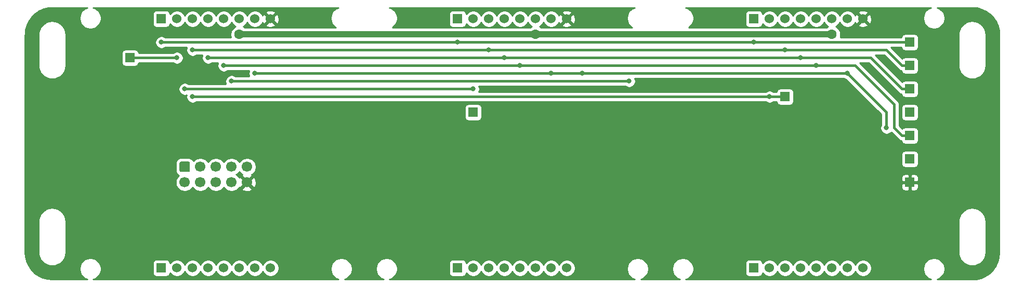
<source format=gtl>
G04 #@! TF.GenerationSoftware,KiCad,Pcbnew,(5.1.9)-1*
G04 #@! TF.CreationDate,2021-04-11T14:47:46+02:00*
G04 #@! TF.ProjectId,Sunrise clock display board,53756e72-6973-4652-9063-6c6f636b2064,V1.0*
G04 #@! TF.SameCoordinates,Original*
G04 #@! TF.FileFunction,Copper,L1,Top*
G04 #@! TF.FilePolarity,Positive*
%FSLAX46Y46*%
G04 Gerber Fmt 4.6, Leading zero omitted, Abs format (unit mm)*
G04 Created by KiCad (PCBNEW (5.1.9)-1) date 2021-04-11 14:47:46*
%MOMM*%
%LPD*%
G01*
G04 APERTURE LIST*
G04 #@! TA.AperFunction,ComponentPad*
%ADD10R,1.500000X1.500000*%
G04 #@! TD*
G04 #@! TA.AperFunction,ComponentPad*
%ADD11C,1.700000*%
G04 #@! TD*
G04 #@! TA.AperFunction,ComponentPad*
%ADD12C,1.524000*%
G04 #@! TD*
G04 #@! TA.AperFunction,ComponentPad*
%ADD13R,1.524000X1.524000*%
G04 #@! TD*
G04 #@! TA.AperFunction,ViaPad*
%ADD14C,0.800000*%
G04 #@! TD*
G04 #@! TA.AperFunction,ViaPad*
%ADD15C,1.600000*%
G04 #@! TD*
G04 #@! TA.AperFunction,Conductor*
%ADD16C,0.400000*%
G04 #@! TD*
G04 #@! TA.AperFunction,Conductor*
%ADD17C,1.000000*%
G04 #@! TD*
G04 #@! TA.AperFunction,Conductor*
%ADD18C,0.254000*%
G04 #@! TD*
G04 #@! TA.AperFunction,Conductor*
%ADD19C,0.100000*%
G04 #@! TD*
G04 APERTURE END LIST*
D10*
X215900000Y-100330000D03*
X215900000Y-96520000D03*
X215900000Y-88900000D03*
X215900000Y-92710000D03*
X215900000Y-85090000D03*
X215900000Y-81280000D03*
X195580000Y-86360000D03*
X144780000Y-88900000D03*
X88900000Y-80010000D03*
X215900000Y-77470000D03*
D11*
X107950000Y-100330000D03*
X105410000Y-100330000D03*
X102870000Y-100330000D03*
X100330000Y-100330000D03*
X97790000Y-100330000D03*
X107950000Y-97790000D03*
X105410000Y-97790000D03*
X102870000Y-97790000D03*
X100330000Y-97790000D03*
G04 #@! TA.AperFunction,ComponentPad*
G36*
G01*
X97190000Y-96940000D02*
X98390000Y-96940000D01*
G75*
G02*
X98640000Y-97190000I0J-250000D01*
G01*
X98640000Y-98390000D01*
G75*
G02*
X98390000Y-98640000I-250000J0D01*
G01*
X97190000Y-98640000D01*
G75*
G02*
X96940000Y-98390000I0J250000D01*
G01*
X96940000Y-97190000D01*
G75*
G02*
X97190000Y-96940000I250000J0D01*
G01*
G37*
G04 #@! TD.AperFunction*
D12*
X205740000Y-114300000D03*
X208280000Y-114300000D03*
X203200000Y-114300000D03*
D13*
X190500000Y-114300000D03*
D12*
X200660000Y-114300000D03*
X198120000Y-114300000D03*
X193040000Y-114300000D03*
X195580000Y-114300000D03*
X208280000Y-73660000D03*
X205740000Y-73660000D03*
X203200000Y-73660000D03*
X200660000Y-73660000D03*
X198120000Y-73660000D03*
X195580000Y-73660000D03*
X193040000Y-73660000D03*
D13*
X190500000Y-73660000D03*
D12*
X157480000Y-114300000D03*
X160020000Y-114300000D03*
X154940000Y-114300000D03*
D13*
X142240000Y-114300000D03*
D12*
X152400000Y-114300000D03*
X149860000Y-114300000D03*
X144780000Y-114300000D03*
X147320000Y-114300000D03*
X160020000Y-73660000D03*
X157480000Y-73660000D03*
X154940000Y-73660000D03*
X152400000Y-73660000D03*
X149860000Y-73660000D03*
X147320000Y-73660000D03*
X144780000Y-73660000D03*
D13*
X142240000Y-73660000D03*
D12*
X109220000Y-114300000D03*
X111760000Y-114300000D03*
X106680000Y-114300000D03*
D13*
X93980000Y-114300000D03*
D12*
X104140000Y-114300000D03*
X101600000Y-114300000D03*
X96520000Y-114300000D03*
X99060000Y-114300000D03*
X111760000Y-73660000D03*
X109220000Y-73660000D03*
X106680000Y-73660000D03*
X104140000Y-73660000D03*
X101600000Y-73660000D03*
X99060000Y-73660000D03*
X96520000Y-73660000D03*
D13*
X93980000Y-73660000D03*
D14*
X109220000Y-82550000D03*
X205740000Y-82550000D03*
X157480000Y-82550000D03*
X162560000Y-82550000D03*
X212090000Y-91440000D03*
X93980000Y-77470000D03*
X190500000Y-77470000D03*
X142240000Y-77470000D03*
X105410000Y-83820000D03*
X170180000Y-83820000D03*
D15*
X106680000Y-76200000D03*
X203200000Y-76200000D03*
X154940000Y-76200000D03*
D14*
X200660000Y-81280000D03*
X104140000Y-81279988D03*
X152400000Y-81280000D03*
X101600000Y-80010000D03*
X198120000Y-80010000D03*
X149860000Y-80010000D03*
X195580000Y-78740000D03*
X99060000Y-78740000D03*
X147320000Y-78740000D03*
X96520000Y-80010000D03*
X144780000Y-85090000D03*
X97790000Y-85090000D03*
X193040000Y-86360000D03*
X99060000Y-86360000D03*
D16*
X162560000Y-82550000D02*
X205740000Y-82550000D01*
X109220000Y-82550000D02*
X162560000Y-82550000D01*
X212090000Y-88900000D02*
X212090000Y-91440000D01*
X205740000Y-82550000D02*
X212090000Y-88900000D01*
X93980000Y-77470000D02*
X190500000Y-77470000D01*
X190500000Y-77470000D02*
X215900000Y-77470000D01*
X105410000Y-83820000D02*
X170180000Y-83820000D01*
D17*
X106680000Y-76200000D02*
X203200000Y-76200000D01*
D16*
X200660000Y-81280000D02*
X104140000Y-81280000D01*
X104140000Y-81280000D02*
X104140000Y-81279988D01*
X200660000Y-81280000D02*
X207010000Y-81280000D01*
X207010000Y-81280000D02*
X213360000Y-87630000D01*
X213360000Y-87630000D02*
X213360000Y-91440000D01*
X213360000Y-91440000D02*
X214630000Y-92710000D01*
X214630000Y-92710000D02*
X215900000Y-92710000D01*
X101600000Y-80010000D02*
X198120000Y-80010000D01*
X214630000Y-85090000D02*
X215900000Y-85090000D01*
X209550000Y-80010000D02*
X214630000Y-85090000D01*
X198120000Y-80010000D02*
X209550000Y-80010000D01*
X195580000Y-78740000D02*
X99060000Y-78740000D01*
X214630000Y-81280000D02*
X215900000Y-81280000D01*
X212090000Y-78740000D02*
X214630000Y-81280000D01*
X195580000Y-78740000D02*
X212090000Y-78740000D01*
X88900000Y-80010000D02*
X96520000Y-80010000D01*
X144780000Y-85090000D02*
X97790000Y-85090000D01*
X193040000Y-86360000D02*
X99060000Y-86360000D01*
X193040000Y-86360000D02*
X195580000Y-86360000D01*
D18*
X81899335Y-71813596D02*
X81574485Y-71948153D01*
X81282129Y-72143500D01*
X81033500Y-72392129D01*
X80838153Y-72684485D01*
X80703596Y-73009335D01*
X80635000Y-73354193D01*
X80635000Y-73705807D01*
X80703596Y-74050665D01*
X80838153Y-74375515D01*
X81033500Y-74667871D01*
X81282129Y-74916500D01*
X81574485Y-75111847D01*
X81899335Y-75246404D01*
X82244193Y-75315000D01*
X82595807Y-75315000D01*
X82940665Y-75246404D01*
X83265515Y-75111847D01*
X83557871Y-74916500D01*
X83806500Y-74667871D01*
X84001847Y-74375515D01*
X84136404Y-74050665D01*
X84205000Y-73705807D01*
X84205000Y-73354193D01*
X84136404Y-73009335D01*
X84001847Y-72684485D01*
X83806500Y-72392129D01*
X83557871Y-72143500D01*
X83265515Y-71948153D01*
X82940665Y-71813596D01*
X82897450Y-71805000D01*
X122842550Y-71805000D01*
X122799335Y-71813596D01*
X122474485Y-71948153D01*
X122182129Y-72143500D01*
X121933500Y-72392129D01*
X121738153Y-72684485D01*
X121603596Y-73009335D01*
X121535000Y-73354193D01*
X121535000Y-73705807D01*
X121603596Y-74050665D01*
X121738153Y-74375515D01*
X121933500Y-74667871D01*
X122182129Y-74916500D01*
X122404374Y-75065000D01*
X107564284Y-75065000D01*
X107359727Y-74928320D01*
X107314134Y-74909435D01*
X107341727Y-74898005D01*
X107570535Y-74745120D01*
X107765120Y-74550535D01*
X107918005Y-74321727D01*
X107950000Y-74244485D01*
X107981995Y-74321727D01*
X108134880Y-74550535D01*
X108329465Y-74745120D01*
X108558273Y-74898005D01*
X108812510Y-75003314D01*
X109082408Y-75057000D01*
X109357592Y-75057000D01*
X109627490Y-75003314D01*
X109881727Y-74898005D01*
X110110535Y-74745120D01*
X110230090Y-74625565D01*
X110974040Y-74625565D01*
X111041020Y-74865656D01*
X111290048Y-74982756D01*
X111557135Y-75049023D01*
X111832017Y-75061910D01*
X112104133Y-75020922D01*
X112363023Y-74927636D01*
X112478980Y-74865656D01*
X112545960Y-74625565D01*
X111760000Y-73839605D01*
X110974040Y-74625565D01*
X110230090Y-74625565D01*
X110305120Y-74550535D01*
X110458005Y-74321727D01*
X110487692Y-74250057D01*
X110492364Y-74263023D01*
X110554344Y-74378980D01*
X110794435Y-74445960D01*
X111580395Y-73660000D01*
X111939605Y-73660000D01*
X112725565Y-74445960D01*
X112965656Y-74378980D01*
X113082756Y-74129952D01*
X113149023Y-73862865D01*
X113161910Y-73587983D01*
X113120922Y-73315867D01*
X113027636Y-73056977D01*
X112965656Y-72941020D01*
X112725565Y-72874040D01*
X111939605Y-73660000D01*
X111580395Y-73660000D01*
X110794435Y-72874040D01*
X110554344Y-72941020D01*
X110490515Y-73076760D01*
X110458005Y-72998273D01*
X110305120Y-72769465D01*
X110230090Y-72694435D01*
X110974040Y-72694435D01*
X111760000Y-73480395D01*
X112545960Y-72694435D01*
X112478980Y-72454344D01*
X112229952Y-72337244D01*
X111962865Y-72270977D01*
X111687983Y-72258090D01*
X111415867Y-72299078D01*
X111156977Y-72392364D01*
X111041020Y-72454344D01*
X110974040Y-72694435D01*
X110230090Y-72694435D01*
X110110535Y-72574880D01*
X109881727Y-72421995D01*
X109627490Y-72316686D01*
X109357592Y-72263000D01*
X109082408Y-72263000D01*
X108812510Y-72316686D01*
X108558273Y-72421995D01*
X108329465Y-72574880D01*
X108134880Y-72769465D01*
X107981995Y-72998273D01*
X107950000Y-73075515D01*
X107918005Y-72998273D01*
X107765120Y-72769465D01*
X107570535Y-72574880D01*
X107341727Y-72421995D01*
X107087490Y-72316686D01*
X106817592Y-72263000D01*
X106542408Y-72263000D01*
X106272510Y-72316686D01*
X106018273Y-72421995D01*
X105789465Y-72574880D01*
X105594880Y-72769465D01*
X105441995Y-72998273D01*
X105410000Y-73075515D01*
X105378005Y-72998273D01*
X105225120Y-72769465D01*
X105030535Y-72574880D01*
X104801727Y-72421995D01*
X104547490Y-72316686D01*
X104277592Y-72263000D01*
X104002408Y-72263000D01*
X103732510Y-72316686D01*
X103478273Y-72421995D01*
X103249465Y-72574880D01*
X103054880Y-72769465D01*
X102901995Y-72998273D01*
X102870000Y-73075515D01*
X102838005Y-72998273D01*
X102685120Y-72769465D01*
X102490535Y-72574880D01*
X102261727Y-72421995D01*
X102007490Y-72316686D01*
X101737592Y-72263000D01*
X101462408Y-72263000D01*
X101192510Y-72316686D01*
X100938273Y-72421995D01*
X100709465Y-72574880D01*
X100514880Y-72769465D01*
X100361995Y-72998273D01*
X100330000Y-73075515D01*
X100298005Y-72998273D01*
X100145120Y-72769465D01*
X99950535Y-72574880D01*
X99721727Y-72421995D01*
X99467490Y-72316686D01*
X99197592Y-72263000D01*
X98922408Y-72263000D01*
X98652510Y-72316686D01*
X98398273Y-72421995D01*
X98169465Y-72574880D01*
X97974880Y-72769465D01*
X97821995Y-72998273D01*
X97790000Y-73075515D01*
X97758005Y-72998273D01*
X97605120Y-72769465D01*
X97410535Y-72574880D01*
X97181727Y-72421995D01*
X96927490Y-72316686D01*
X96657592Y-72263000D01*
X96382408Y-72263000D01*
X96112510Y-72316686D01*
X95858273Y-72421995D01*
X95629465Y-72574880D01*
X95434880Y-72769465D01*
X95376080Y-72857465D01*
X95367812Y-72773518D01*
X95331502Y-72653820D01*
X95272537Y-72543506D01*
X95193185Y-72446815D01*
X95096494Y-72367463D01*
X94986180Y-72308498D01*
X94866482Y-72272188D01*
X94742000Y-72259928D01*
X93218000Y-72259928D01*
X93093518Y-72272188D01*
X92973820Y-72308498D01*
X92863506Y-72367463D01*
X92766815Y-72446815D01*
X92687463Y-72543506D01*
X92628498Y-72653820D01*
X92592188Y-72773518D01*
X92579928Y-72898000D01*
X92579928Y-74422000D01*
X92592188Y-74546482D01*
X92628498Y-74666180D01*
X92687463Y-74776494D01*
X92766815Y-74873185D01*
X92863506Y-74952537D01*
X92973820Y-75011502D01*
X93093518Y-75047812D01*
X93218000Y-75060072D01*
X94742000Y-75060072D01*
X94866482Y-75047812D01*
X94986180Y-75011502D01*
X95096494Y-74952537D01*
X95193185Y-74873185D01*
X95272537Y-74776494D01*
X95331502Y-74666180D01*
X95367812Y-74546482D01*
X95376080Y-74462535D01*
X95434880Y-74550535D01*
X95629465Y-74745120D01*
X95858273Y-74898005D01*
X96112510Y-75003314D01*
X96382408Y-75057000D01*
X96657592Y-75057000D01*
X96927490Y-75003314D01*
X97181727Y-74898005D01*
X97410535Y-74745120D01*
X97605120Y-74550535D01*
X97758005Y-74321727D01*
X97790000Y-74244485D01*
X97821995Y-74321727D01*
X97974880Y-74550535D01*
X98169465Y-74745120D01*
X98398273Y-74898005D01*
X98652510Y-75003314D01*
X98922408Y-75057000D01*
X99197592Y-75057000D01*
X99467490Y-75003314D01*
X99721727Y-74898005D01*
X99950535Y-74745120D01*
X100145120Y-74550535D01*
X100298005Y-74321727D01*
X100330000Y-74244485D01*
X100361995Y-74321727D01*
X100514880Y-74550535D01*
X100709465Y-74745120D01*
X100938273Y-74898005D01*
X101192510Y-75003314D01*
X101462408Y-75057000D01*
X101737592Y-75057000D01*
X102007490Y-75003314D01*
X102261727Y-74898005D01*
X102490535Y-74745120D01*
X102685120Y-74550535D01*
X102838005Y-74321727D01*
X102870000Y-74244485D01*
X102901995Y-74321727D01*
X103054880Y-74550535D01*
X103249465Y-74745120D01*
X103478273Y-74898005D01*
X103732510Y-75003314D01*
X104002408Y-75057000D01*
X104277592Y-75057000D01*
X104547490Y-75003314D01*
X104801727Y-74898005D01*
X105030535Y-74745120D01*
X105225120Y-74550535D01*
X105378005Y-74321727D01*
X105410000Y-74244485D01*
X105441995Y-74321727D01*
X105594880Y-74550535D01*
X105789465Y-74745120D01*
X106018273Y-74898005D01*
X106045866Y-74909435D01*
X106000273Y-74928320D01*
X105765241Y-75085363D01*
X105565363Y-75285241D01*
X105408320Y-75520273D01*
X105300147Y-75781426D01*
X105245000Y-76058665D01*
X105245000Y-76341335D01*
X105300147Y-76618574D01*
X105306951Y-76635000D01*
X94593285Y-76635000D01*
X94470256Y-76552795D01*
X94281898Y-76474774D01*
X94081939Y-76435000D01*
X93878061Y-76435000D01*
X93678102Y-76474774D01*
X93489744Y-76552795D01*
X93320226Y-76666063D01*
X93176063Y-76810226D01*
X93062795Y-76979744D01*
X92984774Y-77168102D01*
X92945000Y-77368061D01*
X92945000Y-77571939D01*
X92984774Y-77771898D01*
X93062795Y-77960256D01*
X93176063Y-78129774D01*
X93320226Y-78273937D01*
X93489744Y-78387205D01*
X93678102Y-78465226D01*
X93878061Y-78505000D01*
X94081939Y-78505000D01*
X94281898Y-78465226D01*
X94470256Y-78387205D01*
X94593285Y-78305000D01*
X98119907Y-78305000D01*
X98064774Y-78438102D01*
X98025000Y-78638061D01*
X98025000Y-78841939D01*
X98064774Y-79041898D01*
X98142795Y-79230256D01*
X98256063Y-79399774D01*
X98400226Y-79543937D01*
X98569744Y-79657205D01*
X98758102Y-79735226D01*
X98958061Y-79775000D01*
X99161939Y-79775000D01*
X99361898Y-79735226D01*
X99550256Y-79657205D01*
X99673285Y-79575000D01*
X100659907Y-79575000D01*
X100604774Y-79708102D01*
X100565000Y-79908061D01*
X100565000Y-80111939D01*
X100604774Y-80311898D01*
X100682795Y-80500256D01*
X100796063Y-80669774D01*
X100940226Y-80813937D01*
X101109744Y-80927205D01*
X101298102Y-81005226D01*
X101498061Y-81045000D01*
X101701939Y-81045000D01*
X101901898Y-81005226D01*
X102090256Y-80927205D01*
X102213285Y-80845000D01*
X103199902Y-80845000D01*
X103144774Y-80978090D01*
X103105000Y-81178049D01*
X103105000Y-81381927D01*
X103144774Y-81581886D01*
X103222795Y-81770244D01*
X103336063Y-81939762D01*
X103480226Y-82083925D01*
X103649744Y-82197193D01*
X103838102Y-82275214D01*
X104038061Y-82314988D01*
X104241939Y-82314988D01*
X104441898Y-82275214D01*
X104630256Y-82197193D01*
X104753267Y-82115000D01*
X108279907Y-82115000D01*
X108224774Y-82248102D01*
X108185000Y-82448061D01*
X108185000Y-82651939D01*
X108224774Y-82851898D01*
X108279907Y-82985000D01*
X106023285Y-82985000D01*
X105900256Y-82902795D01*
X105711898Y-82824774D01*
X105511939Y-82785000D01*
X105308061Y-82785000D01*
X105108102Y-82824774D01*
X104919744Y-82902795D01*
X104750226Y-83016063D01*
X104606063Y-83160226D01*
X104492795Y-83329744D01*
X104414774Y-83518102D01*
X104375000Y-83718061D01*
X104375000Y-83921939D01*
X104414774Y-84121898D01*
X104469907Y-84255000D01*
X98403285Y-84255000D01*
X98280256Y-84172795D01*
X98091898Y-84094774D01*
X97891939Y-84055000D01*
X97688061Y-84055000D01*
X97488102Y-84094774D01*
X97299744Y-84172795D01*
X97130226Y-84286063D01*
X96986063Y-84430226D01*
X96872795Y-84599744D01*
X96794774Y-84788102D01*
X96755000Y-84988061D01*
X96755000Y-85191939D01*
X96794774Y-85391898D01*
X96872795Y-85580256D01*
X96986063Y-85749774D01*
X97130226Y-85893937D01*
X97299744Y-86007205D01*
X97488102Y-86085226D01*
X97688061Y-86125000D01*
X97891939Y-86125000D01*
X98058039Y-86091961D01*
X98025000Y-86258061D01*
X98025000Y-86461939D01*
X98064774Y-86661898D01*
X98142795Y-86850256D01*
X98256063Y-87019774D01*
X98400226Y-87163937D01*
X98569744Y-87277205D01*
X98758102Y-87355226D01*
X98958061Y-87395000D01*
X99161939Y-87395000D01*
X99361898Y-87355226D01*
X99550256Y-87277205D01*
X99673285Y-87195000D01*
X192426715Y-87195000D01*
X192549744Y-87277205D01*
X192738102Y-87355226D01*
X192938061Y-87395000D01*
X193141939Y-87395000D01*
X193341898Y-87355226D01*
X193530256Y-87277205D01*
X193653285Y-87195000D01*
X194200299Y-87195000D01*
X194204188Y-87234482D01*
X194240498Y-87354180D01*
X194299463Y-87464494D01*
X194378815Y-87561185D01*
X194475506Y-87640537D01*
X194585820Y-87699502D01*
X194705518Y-87735812D01*
X194830000Y-87748072D01*
X196330000Y-87748072D01*
X196454482Y-87735812D01*
X196574180Y-87699502D01*
X196684494Y-87640537D01*
X196781185Y-87561185D01*
X196860537Y-87464494D01*
X196919502Y-87354180D01*
X196955812Y-87234482D01*
X196968072Y-87110000D01*
X196968072Y-85610000D01*
X196955812Y-85485518D01*
X196919502Y-85365820D01*
X196860537Y-85255506D01*
X196781185Y-85158815D01*
X196684494Y-85079463D01*
X196574180Y-85020498D01*
X196454482Y-84984188D01*
X196330000Y-84971928D01*
X194830000Y-84971928D01*
X194705518Y-84984188D01*
X194585820Y-85020498D01*
X194475506Y-85079463D01*
X194378815Y-85158815D01*
X194299463Y-85255506D01*
X194240498Y-85365820D01*
X194204188Y-85485518D01*
X194200299Y-85525000D01*
X193653285Y-85525000D01*
X193530256Y-85442795D01*
X193341898Y-85364774D01*
X193141939Y-85325000D01*
X192938061Y-85325000D01*
X192738102Y-85364774D01*
X192549744Y-85442795D01*
X192426715Y-85525000D01*
X145720093Y-85525000D01*
X145775226Y-85391898D01*
X145815000Y-85191939D01*
X145815000Y-84988061D01*
X145775226Y-84788102D01*
X145720093Y-84655000D01*
X169566715Y-84655000D01*
X169689744Y-84737205D01*
X169878102Y-84815226D01*
X170078061Y-84855000D01*
X170281939Y-84855000D01*
X170481898Y-84815226D01*
X170670256Y-84737205D01*
X170839774Y-84623937D01*
X170983937Y-84479774D01*
X171097205Y-84310256D01*
X171175226Y-84121898D01*
X171215000Y-83921939D01*
X171215000Y-83718061D01*
X171175226Y-83518102D01*
X171120093Y-83385000D01*
X205126715Y-83385000D01*
X205249744Y-83467205D01*
X205438102Y-83545226D01*
X205583226Y-83574093D01*
X211255000Y-89245868D01*
X211255001Y-90826714D01*
X211172795Y-90949744D01*
X211094774Y-91138102D01*
X211055000Y-91338061D01*
X211055000Y-91541939D01*
X211094774Y-91741898D01*
X211172795Y-91930256D01*
X211286063Y-92099774D01*
X211430226Y-92243937D01*
X211599744Y-92357205D01*
X211788102Y-92435226D01*
X211988061Y-92475000D01*
X212191939Y-92475000D01*
X212391898Y-92435226D01*
X212580256Y-92357205D01*
X212749774Y-92243937D01*
X212866422Y-92127289D01*
X214010558Y-93271426D01*
X214036709Y-93303291D01*
X214163854Y-93407636D01*
X214308913Y-93485172D01*
X214466311Y-93532918D01*
X214519627Y-93538169D01*
X214524188Y-93584482D01*
X214560498Y-93704180D01*
X214619463Y-93814494D01*
X214698815Y-93911185D01*
X214795506Y-93990537D01*
X214905820Y-94049502D01*
X215025518Y-94085812D01*
X215150000Y-94098072D01*
X216650000Y-94098072D01*
X216774482Y-94085812D01*
X216894180Y-94049502D01*
X217004494Y-93990537D01*
X217101185Y-93911185D01*
X217180537Y-93814494D01*
X217239502Y-93704180D01*
X217275812Y-93584482D01*
X217288072Y-93460000D01*
X217288072Y-91960000D01*
X217275812Y-91835518D01*
X217239502Y-91715820D01*
X217180537Y-91605506D01*
X217101185Y-91508815D01*
X217004494Y-91429463D01*
X216894180Y-91370498D01*
X216774482Y-91334188D01*
X216650000Y-91321928D01*
X215150000Y-91321928D01*
X215025518Y-91334188D01*
X214905820Y-91370498D01*
X214795506Y-91429463D01*
X214698815Y-91508815D01*
X214658638Y-91557771D01*
X214195000Y-91094133D01*
X214195000Y-88150000D01*
X214511928Y-88150000D01*
X214511928Y-89650000D01*
X214524188Y-89774482D01*
X214560498Y-89894180D01*
X214619463Y-90004494D01*
X214698815Y-90101185D01*
X214795506Y-90180537D01*
X214905820Y-90239502D01*
X215025518Y-90275812D01*
X215150000Y-90288072D01*
X216650000Y-90288072D01*
X216774482Y-90275812D01*
X216894180Y-90239502D01*
X217004494Y-90180537D01*
X217101185Y-90101185D01*
X217180537Y-90004494D01*
X217239502Y-89894180D01*
X217275812Y-89774482D01*
X217288072Y-89650000D01*
X217288072Y-88150000D01*
X217275812Y-88025518D01*
X217239502Y-87905820D01*
X217180537Y-87795506D01*
X217101185Y-87698815D01*
X217004494Y-87619463D01*
X216894180Y-87560498D01*
X216774482Y-87524188D01*
X216650000Y-87511928D01*
X215150000Y-87511928D01*
X215025518Y-87524188D01*
X214905820Y-87560498D01*
X214795506Y-87619463D01*
X214698815Y-87698815D01*
X214619463Y-87795506D01*
X214560498Y-87905820D01*
X214524188Y-88025518D01*
X214511928Y-88150000D01*
X214195000Y-88150000D01*
X214195000Y-87671018D01*
X214199040Y-87629999D01*
X214182918Y-87466311D01*
X214135172Y-87308913D01*
X214057636Y-87163854D01*
X214013439Y-87110000D01*
X213953291Y-87036709D01*
X213921428Y-87010560D01*
X207755867Y-80845000D01*
X209204133Y-80845000D01*
X214010563Y-85651432D01*
X214036709Y-85683291D01*
X214068568Y-85709437D01*
X214068570Y-85709439D01*
X214163854Y-85787636D01*
X214308913Y-85865172D01*
X214466311Y-85912918D01*
X214519627Y-85918169D01*
X214524188Y-85964482D01*
X214560498Y-86084180D01*
X214619463Y-86194494D01*
X214698815Y-86291185D01*
X214795506Y-86370537D01*
X214905820Y-86429502D01*
X215025518Y-86465812D01*
X215150000Y-86478072D01*
X216650000Y-86478072D01*
X216774482Y-86465812D01*
X216894180Y-86429502D01*
X217004494Y-86370537D01*
X217101185Y-86291185D01*
X217180537Y-86194494D01*
X217239502Y-86084180D01*
X217275812Y-85964482D01*
X217288072Y-85840000D01*
X217288072Y-84340000D01*
X217275812Y-84215518D01*
X217239502Y-84095820D01*
X217180537Y-83985506D01*
X217101185Y-83888815D01*
X217004494Y-83809463D01*
X216894180Y-83750498D01*
X216774482Y-83714188D01*
X216650000Y-83701928D01*
X215150000Y-83701928D01*
X215025518Y-83714188D01*
X214905820Y-83750498D01*
X214795506Y-83809463D01*
X214698815Y-83888815D01*
X214658639Y-83937770D01*
X210295867Y-79575000D01*
X211744133Y-79575000D01*
X214010559Y-81841427D01*
X214036709Y-81873291D01*
X214163854Y-81977636D01*
X214308913Y-82055172D01*
X214466311Y-82102918D01*
X214519627Y-82108169D01*
X214524188Y-82154482D01*
X214560498Y-82274180D01*
X214619463Y-82384494D01*
X214698815Y-82481185D01*
X214795506Y-82560537D01*
X214905820Y-82619502D01*
X215025518Y-82655812D01*
X215150000Y-82668072D01*
X216650000Y-82668072D01*
X216774482Y-82655812D01*
X216894180Y-82619502D01*
X217004494Y-82560537D01*
X217101185Y-82481185D01*
X217180537Y-82384494D01*
X217239502Y-82274180D01*
X217275812Y-82154482D01*
X217288072Y-82030000D01*
X217288072Y-80530000D01*
X217275812Y-80405518D01*
X217239502Y-80285820D01*
X217180537Y-80175506D01*
X217101185Y-80078815D01*
X217004494Y-79999463D01*
X216894180Y-79940498D01*
X216774482Y-79904188D01*
X216650000Y-79891928D01*
X215150000Y-79891928D01*
X215025518Y-79904188D01*
X214905820Y-79940498D01*
X214795506Y-79999463D01*
X214698815Y-80078815D01*
X214658638Y-80127771D01*
X212835867Y-78305000D01*
X214520299Y-78305000D01*
X214524188Y-78344482D01*
X214560498Y-78464180D01*
X214619463Y-78574494D01*
X214698815Y-78671185D01*
X214795506Y-78750537D01*
X214905820Y-78809502D01*
X215025518Y-78845812D01*
X215150000Y-78858072D01*
X216650000Y-78858072D01*
X216774482Y-78845812D01*
X216894180Y-78809502D01*
X217004494Y-78750537D01*
X217101185Y-78671185D01*
X217180537Y-78574494D01*
X217239502Y-78464180D01*
X217275812Y-78344482D01*
X217288072Y-78220000D01*
X217288072Y-76720000D01*
X217275812Y-76595518D01*
X217239502Y-76475820D01*
X217180537Y-76365506D01*
X217101185Y-76268815D01*
X217004494Y-76189463D01*
X216894180Y-76130498D01*
X216893215Y-76130205D01*
X223825000Y-76130205D01*
X223825001Y-81349796D01*
X223857340Y-81678137D01*
X223985139Y-82099436D01*
X224192675Y-82487707D01*
X224471971Y-82828030D01*
X224812294Y-83107326D01*
X225200565Y-83314862D01*
X225621864Y-83442661D01*
X226060000Y-83485814D01*
X226498137Y-83442661D01*
X226919436Y-83314862D01*
X227307707Y-83107326D01*
X227648030Y-82828030D01*
X227927326Y-82487707D01*
X228134862Y-82099436D01*
X228262661Y-81678137D01*
X228295000Y-81349796D01*
X228295000Y-76130204D01*
X228262661Y-75801863D01*
X228134862Y-75380564D01*
X227927326Y-74992293D01*
X227648030Y-74651970D01*
X227307707Y-74372674D01*
X226919435Y-74165138D01*
X226498136Y-74037339D01*
X226060000Y-73994186D01*
X225621863Y-74037339D01*
X225200564Y-74165138D01*
X224812293Y-74372674D01*
X224471970Y-74651970D01*
X224192674Y-74992293D01*
X223985138Y-75380565D01*
X223857339Y-75801864D01*
X223825000Y-76130205D01*
X216893215Y-76130205D01*
X216774482Y-76094188D01*
X216650000Y-76081928D01*
X215150000Y-76081928D01*
X215025518Y-76094188D01*
X214905820Y-76130498D01*
X214795506Y-76189463D01*
X214698815Y-76268815D01*
X214619463Y-76365506D01*
X214560498Y-76475820D01*
X214524188Y-76595518D01*
X214520299Y-76635000D01*
X204573049Y-76635000D01*
X204579853Y-76618574D01*
X204635000Y-76341335D01*
X204635000Y-76058665D01*
X204579853Y-75781426D01*
X204471680Y-75520273D01*
X204314637Y-75285241D01*
X204114759Y-75085363D01*
X203879727Y-74928320D01*
X203834134Y-74909435D01*
X203861727Y-74898005D01*
X204090535Y-74745120D01*
X204285120Y-74550535D01*
X204438005Y-74321727D01*
X204470000Y-74244485D01*
X204501995Y-74321727D01*
X204654880Y-74550535D01*
X204849465Y-74745120D01*
X205078273Y-74898005D01*
X205332510Y-75003314D01*
X205602408Y-75057000D01*
X205877592Y-75057000D01*
X206147490Y-75003314D01*
X206401727Y-74898005D01*
X206630535Y-74745120D01*
X206750090Y-74625565D01*
X207494040Y-74625565D01*
X207561020Y-74865656D01*
X207810048Y-74982756D01*
X208077135Y-75049023D01*
X208352017Y-75061910D01*
X208624133Y-75020922D01*
X208883023Y-74927636D01*
X208998980Y-74865656D01*
X209065960Y-74625565D01*
X208280000Y-73839605D01*
X207494040Y-74625565D01*
X206750090Y-74625565D01*
X206825120Y-74550535D01*
X206978005Y-74321727D01*
X207007692Y-74250057D01*
X207012364Y-74263023D01*
X207074344Y-74378980D01*
X207314435Y-74445960D01*
X208100395Y-73660000D01*
X208459605Y-73660000D01*
X209245565Y-74445960D01*
X209485656Y-74378980D01*
X209602756Y-74129952D01*
X209669023Y-73862865D01*
X209681910Y-73587983D01*
X209640922Y-73315867D01*
X209547636Y-73056977D01*
X209485656Y-72941020D01*
X209245565Y-72874040D01*
X208459605Y-73660000D01*
X208100395Y-73660000D01*
X207314435Y-72874040D01*
X207074344Y-72941020D01*
X207010515Y-73076760D01*
X206978005Y-72998273D01*
X206825120Y-72769465D01*
X206750090Y-72694435D01*
X207494040Y-72694435D01*
X208280000Y-73480395D01*
X209065960Y-72694435D01*
X208998980Y-72454344D01*
X208749952Y-72337244D01*
X208482865Y-72270977D01*
X208207983Y-72258090D01*
X207935867Y-72299078D01*
X207676977Y-72392364D01*
X207561020Y-72454344D01*
X207494040Y-72694435D01*
X206750090Y-72694435D01*
X206630535Y-72574880D01*
X206401727Y-72421995D01*
X206147490Y-72316686D01*
X205877592Y-72263000D01*
X205602408Y-72263000D01*
X205332510Y-72316686D01*
X205078273Y-72421995D01*
X204849465Y-72574880D01*
X204654880Y-72769465D01*
X204501995Y-72998273D01*
X204470000Y-73075515D01*
X204438005Y-72998273D01*
X204285120Y-72769465D01*
X204090535Y-72574880D01*
X203861727Y-72421995D01*
X203607490Y-72316686D01*
X203337592Y-72263000D01*
X203062408Y-72263000D01*
X202792510Y-72316686D01*
X202538273Y-72421995D01*
X202309465Y-72574880D01*
X202114880Y-72769465D01*
X201961995Y-72998273D01*
X201930000Y-73075515D01*
X201898005Y-72998273D01*
X201745120Y-72769465D01*
X201550535Y-72574880D01*
X201321727Y-72421995D01*
X201067490Y-72316686D01*
X200797592Y-72263000D01*
X200522408Y-72263000D01*
X200252510Y-72316686D01*
X199998273Y-72421995D01*
X199769465Y-72574880D01*
X199574880Y-72769465D01*
X199421995Y-72998273D01*
X199390000Y-73075515D01*
X199358005Y-72998273D01*
X199205120Y-72769465D01*
X199010535Y-72574880D01*
X198781727Y-72421995D01*
X198527490Y-72316686D01*
X198257592Y-72263000D01*
X197982408Y-72263000D01*
X197712510Y-72316686D01*
X197458273Y-72421995D01*
X197229465Y-72574880D01*
X197034880Y-72769465D01*
X196881995Y-72998273D01*
X196850000Y-73075515D01*
X196818005Y-72998273D01*
X196665120Y-72769465D01*
X196470535Y-72574880D01*
X196241727Y-72421995D01*
X195987490Y-72316686D01*
X195717592Y-72263000D01*
X195442408Y-72263000D01*
X195172510Y-72316686D01*
X194918273Y-72421995D01*
X194689465Y-72574880D01*
X194494880Y-72769465D01*
X194341995Y-72998273D01*
X194310000Y-73075515D01*
X194278005Y-72998273D01*
X194125120Y-72769465D01*
X193930535Y-72574880D01*
X193701727Y-72421995D01*
X193447490Y-72316686D01*
X193177592Y-72263000D01*
X192902408Y-72263000D01*
X192632510Y-72316686D01*
X192378273Y-72421995D01*
X192149465Y-72574880D01*
X191954880Y-72769465D01*
X191896080Y-72857465D01*
X191887812Y-72773518D01*
X191851502Y-72653820D01*
X191792537Y-72543506D01*
X191713185Y-72446815D01*
X191616494Y-72367463D01*
X191506180Y-72308498D01*
X191386482Y-72272188D01*
X191262000Y-72259928D01*
X189738000Y-72259928D01*
X189613518Y-72272188D01*
X189493820Y-72308498D01*
X189383506Y-72367463D01*
X189286815Y-72446815D01*
X189207463Y-72543506D01*
X189148498Y-72653820D01*
X189112188Y-72773518D01*
X189099928Y-72898000D01*
X189099928Y-74422000D01*
X189112188Y-74546482D01*
X189148498Y-74666180D01*
X189207463Y-74776494D01*
X189286815Y-74873185D01*
X189383506Y-74952537D01*
X189493820Y-75011502D01*
X189613518Y-75047812D01*
X189738000Y-75060072D01*
X191262000Y-75060072D01*
X191386482Y-75047812D01*
X191506180Y-75011502D01*
X191616494Y-74952537D01*
X191713185Y-74873185D01*
X191792537Y-74776494D01*
X191851502Y-74666180D01*
X191887812Y-74546482D01*
X191896080Y-74462535D01*
X191954880Y-74550535D01*
X192149465Y-74745120D01*
X192378273Y-74898005D01*
X192632510Y-75003314D01*
X192902408Y-75057000D01*
X193177592Y-75057000D01*
X193447490Y-75003314D01*
X193701727Y-74898005D01*
X193930535Y-74745120D01*
X194125120Y-74550535D01*
X194278005Y-74321727D01*
X194310000Y-74244485D01*
X194341995Y-74321727D01*
X194494880Y-74550535D01*
X194689465Y-74745120D01*
X194918273Y-74898005D01*
X195172510Y-75003314D01*
X195442408Y-75057000D01*
X195717592Y-75057000D01*
X195987490Y-75003314D01*
X196241727Y-74898005D01*
X196470535Y-74745120D01*
X196665120Y-74550535D01*
X196818005Y-74321727D01*
X196850000Y-74244485D01*
X196881995Y-74321727D01*
X197034880Y-74550535D01*
X197229465Y-74745120D01*
X197458273Y-74898005D01*
X197712510Y-75003314D01*
X197982408Y-75057000D01*
X198257592Y-75057000D01*
X198527490Y-75003314D01*
X198781727Y-74898005D01*
X199010535Y-74745120D01*
X199205120Y-74550535D01*
X199358005Y-74321727D01*
X199390000Y-74244485D01*
X199421995Y-74321727D01*
X199574880Y-74550535D01*
X199769465Y-74745120D01*
X199998273Y-74898005D01*
X200252510Y-75003314D01*
X200522408Y-75057000D01*
X200797592Y-75057000D01*
X201067490Y-75003314D01*
X201321727Y-74898005D01*
X201550535Y-74745120D01*
X201745120Y-74550535D01*
X201898005Y-74321727D01*
X201930000Y-74244485D01*
X201961995Y-74321727D01*
X202114880Y-74550535D01*
X202309465Y-74745120D01*
X202538273Y-74898005D01*
X202565866Y-74909435D01*
X202520273Y-74928320D01*
X202315716Y-75065000D01*
X179855626Y-75065000D01*
X180077871Y-74916500D01*
X180326500Y-74667871D01*
X180521847Y-74375515D01*
X180656404Y-74050665D01*
X180725000Y-73705807D01*
X180725000Y-73354193D01*
X180656404Y-73009335D01*
X180521847Y-72684485D01*
X180326500Y-72392129D01*
X180077871Y-72143500D01*
X179785515Y-71948153D01*
X179460665Y-71813596D01*
X179417450Y-71805000D01*
X219362550Y-71805000D01*
X219319335Y-71813596D01*
X218994485Y-71948153D01*
X218702129Y-72143500D01*
X218453500Y-72392129D01*
X218258153Y-72684485D01*
X218123596Y-73009335D01*
X218055000Y-73354193D01*
X218055000Y-73705807D01*
X218123596Y-74050665D01*
X218258153Y-74375515D01*
X218453500Y-74667871D01*
X218702129Y-74916500D01*
X218994485Y-75111847D01*
X219319335Y-75246404D01*
X219664193Y-75315000D01*
X220015807Y-75315000D01*
X220360665Y-75246404D01*
X220685515Y-75111847D01*
X220977871Y-74916500D01*
X221226500Y-74667871D01*
X221421847Y-74375515D01*
X221556404Y-74050665D01*
X221625000Y-73705807D01*
X221625000Y-73354193D01*
X221556404Y-73009335D01*
X221421847Y-72684485D01*
X221226500Y-72392129D01*
X220977871Y-72143500D01*
X220685515Y-71948153D01*
X220360665Y-71813596D01*
X220317450Y-71805000D01*
X226029495Y-71805000D01*
X226837803Y-71877139D01*
X227591023Y-72083197D01*
X228295852Y-72419384D01*
X228930002Y-72875065D01*
X229473441Y-73435851D01*
X229908981Y-74084001D01*
X230222862Y-74799043D01*
X230406424Y-75563636D01*
X230455001Y-76225126D01*
X230455000Y-111729494D01*
X230382861Y-112537805D01*
X230176803Y-113291023D01*
X229840616Y-113995852D01*
X229384932Y-114630005D01*
X228824149Y-115173441D01*
X228175996Y-115608982D01*
X227460956Y-115922863D01*
X226696364Y-116106424D01*
X226034887Y-116155000D01*
X220317450Y-116155000D01*
X220360665Y-116146404D01*
X220685515Y-116011847D01*
X220977871Y-115816500D01*
X221226500Y-115567871D01*
X221421847Y-115275515D01*
X221556404Y-114950665D01*
X221625000Y-114605807D01*
X221625000Y-114254193D01*
X221556404Y-113909335D01*
X221421847Y-113584485D01*
X221226500Y-113292129D01*
X220977871Y-113043500D01*
X220685515Y-112848153D01*
X220360665Y-112713596D01*
X220015807Y-112645000D01*
X219664193Y-112645000D01*
X219319335Y-112713596D01*
X218994485Y-112848153D01*
X218702129Y-113043500D01*
X218453500Y-113292129D01*
X218258153Y-113584485D01*
X218123596Y-113909335D01*
X218055000Y-114254193D01*
X218055000Y-114605807D01*
X218123596Y-114950665D01*
X218258153Y-115275515D01*
X218453500Y-115567871D01*
X218702129Y-115816500D01*
X218994485Y-116011847D01*
X219319335Y-116146404D01*
X219362550Y-116155000D01*
X179417450Y-116155000D01*
X179460665Y-116146404D01*
X179785515Y-116011847D01*
X180077871Y-115816500D01*
X180326500Y-115567871D01*
X180521847Y-115275515D01*
X180656404Y-114950665D01*
X180725000Y-114605807D01*
X180725000Y-114254193D01*
X180656404Y-113909335D01*
X180521847Y-113584485D01*
X180490787Y-113538000D01*
X189099928Y-113538000D01*
X189099928Y-115062000D01*
X189112188Y-115186482D01*
X189148498Y-115306180D01*
X189207463Y-115416494D01*
X189286815Y-115513185D01*
X189383506Y-115592537D01*
X189493820Y-115651502D01*
X189613518Y-115687812D01*
X189738000Y-115700072D01*
X191262000Y-115700072D01*
X191386482Y-115687812D01*
X191506180Y-115651502D01*
X191616494Y-115592537D01*
X191713185Y-115513185D01*
X191792537Y-115416494D01*
X191851502Y-115306180D01*
X191887812Y-115186482D01*
X191896080Y-115102535D01*
X191954880Y-115190535D01*
X192149465Y-115385120D01*
X192378273Y-115538005D01*
X192632510Y-115643314D01*
X192902408Y-115697000D01*
X193177592Y-115697000D01*
X193447490Y-115643314D01*
X193701727Y-115538005D01*
X193930535Y-115385120D01*
X194125120Y-115190535D01*
X194278005Y-114961727D01*
X194310000Y-114884485D01*
X194341995Y-114961727D01*
X194494880Y-115190535D01*
X194689465Y-115385120D01*
X194918273Y-115538005D01*
X195172510Y-115643314D01*
X195442408Y-115697000D01*
X195717592Y-115697000D01*
X195987490Y-115643314D01*
X196241727Y-115538005D01*
X196470535Y-115385120D01*
X196665120Y-115190535D01*
X196818005Y-114961727D01*
X196850000Y-114884485D01*
X196881995Y-114961727D01*
X197034880Y-115190535D01*
X197229465Y-115385120D01*
X197458273Y-115538005D01*
X197712510Y-115643314D01*
X197982408Y-115697000D01*
X198257592Y-115697000D01*
X198527490Y-115643314D01*
X198781727Y-115538005D01*
X199010535Y-115385120D01*
X199205120Y-115190535D01*
X199358005Y-114961727D01*
X199390000Y-114884485D01*
X199421995Y-114961727D01*
X199574880Y-115190535D01*
X199769465Y-115385120D01*
X199998273Y-115538005D01*
X200252510Y-115643314D01*
X200522408Y-115697000D01*
X200797592Y-115697000D01*
X201067490Y-115643314D01*
X201321727Y-115538005D01*
X201550535Y-115385120D01*
X201745120Y-115190535D01*
X201898005Y-114961727D01*
X201930000Y-114884485D01*
X201961995Y-114961727D01*
X202114880Y-115190535D01*
X202309465Y-115385120D01*
X202538273Y-115538005D01*
X202792510Y-115643314D01*
X203062408Y-115697000D01*
X203337592Y-115697000D01*
X203607490Y-115643314D01*
X203861727Y-115538005D01*
X204090535Y-115385120D01*
X204285120Y-115190535D01*
X204438005Y-114961727D01*
X204470000Y-114884485D01*
X204501995Y-114961727D01*
X204654880Y-115190535D01*
X204849465Y-115385120D01*
X205078273Y-115538005D01*
X205332510Y-115643314D01*
X205602408Y-115697000D01*
X205877592Y-115697000D01*
X206147490Y-115643314D01*
X206401727Y-115538005D01*
X206630535Y-115385120D01*
X206825120Y-115190535D01*
X206978005Y-114961727D01*
X207010000Y-114884485D01*
X207041995Y-114961727D01*
X207194880Y-115190535D01*
X207389465Y-115385120D01*
X207618273Y-115538005D01*
X207872510Y-115643314D01*
X208142408Y-115697000D01*
X208417592Y-115697000D01*
X208687490Y-115643314D01*
X208941727Y-115538005D01*
X209170535Y-115385120D01*
X209365120Y-115190535D01*
X209518005Y-114961727D01*
X209623314Y-114707490D01*
X209677000Y-114437592D01*
X209677000Y-114162408D01*
X209623314Y-113892510D01*
X209518005Y-113638273D01*
X209365120Y-113409465D01*
X209170535Y-113214880D01*
X208941727Y-113061995D01*
X208687490Y-112956686D01*
X208417592Y-112903000D01*
X208142408Y-112903000D01*
X207872510Y-112956686D01*
X207618273Y-113061995D01*
X207389465Y-113214880D01*
X207194880Y-113409465D01*
X207041995Y-113638273D01*
X207010000Y-113715515D01*
X206978005Y-113638273D01*
X206825120Y-113409465D01*
X206630535Y-113214880D01*
X206401727Y-113061995D01*
X206147490Y-112956686D01*
X205877592Y-112903000D01*
X205602408Y-112903000D01*
X205332510Y-112956686D01*
X205078273Y-113061995D01*
X204849465Y-113214880D01*
X204654880Y-113409465D01*
X204501995Y-113638273D01*
X204470000Y-113715515D01*
X204438005Y-113638273D01*
X204285120Y-113409465D01*
X204090535Y-113214880D01*
X203861727Y-113061995D01*
X203607490Y-112956686D01*
X203337592Y-112903000D01*
X203062408Y-112903000D01*
X202792510Y-112956686D01*
X202538273Y-113061995D01*
X202309465Y-113214880D01*
X202114880Y-113409465D01*
X201961995Y-113638273D01*
X201930000Y-113715515D01*
X201898005Y-113638273D01*
X201745120Y-113409465D01*
X201550535Y-113214880D01*
X201321727Y-113061995D01*
X201067490Y-112956686D01*
X200797592Y-112903000D01*
X200522408Y-112903000D01*
X200252510Y-112956686D01*
X199998273Y-113061995D01*
X199769465Y-113214880D01*
X199574880Y-113409465D01*
X199421995Y-113638273D01*
X199390000Y-113715515D01*
X199358005Y-113638273D01*
X199205120Y-113409465D01*
X199010535Y-113214880D01*
X198781727Y-113061995D01*
X198527490Y-112956686D01*
X198257592Y-112903000D01*
X197982408Y-112903000D01*
X197712510Y-112956686D01*
X197458273Y-113061995D01*
X197229465Y-113214880D01*
X197034880Y-113409465D01*
X196881995Y-113638273D01*
X196850000Y-113715515D01*
X196818005Y-113638273D01*
X196665120Y-113409465D01*
X196470535Y-113214880D01*
X196241727Y-113061995D01*
X195987490Y-112956686D01*
X195717592Y-112903000D01*
X195442408Y-112903000D01*
X195172510Y-112956686D01*
X194918273Y-113061995D01*
X194689465Y-113214880D01*
X194494880Y-113409465D01*
X194341995Y-113638273D01*
X194310000Y-113715515D01*
X194278005Y-113638273D01*
X194125120Y-113409465D01*
X193930535Y-113214880D01*
X193701727Y-113061995D01*
X193447490Y-112956686D01*
X193177592Y-112903000D01*
X192902408Y-112903000D01*
X192632510Y-112956686D01*
X192378273Y-113061995D01*
X192149465Y-113214880D01*
X191954880Y-113409465D01*
X191896080Y-113497465D01*
X191887812Y-113413518D01*
X191851502Y-113293820D01*
X191792537Y-113183506D01*
X191713185Y-113086815D01*
X191616494Y-113007463D01*
X191506180Y-112948498D01*
X191386482Y-112912188D01*
X191262000Y-112899928D01*
X189738000Y-112899928D01*
X189613518Y-112912188D01*
X189493820Y-112948498D01*
X189383506Y-113007463D01*
X189286815Y-113086815D01*
X189207463Y-113183506D01*
X189148498Y-113293820D01*
X189112188Y-113413518D01*
X189099928Y-113538000D01*
X180490787Y-113538000D01*
X180326500Y-113292129D01*
X180077871Y-113043500D01*
X179785515Y-112848153D01*
X179460665Y-112713596D01*
X179115807Y-112645000D01*
X178764193Y-112645000D01*
X178419335Y-112713596D01*
X178094485Y-112848153D01*
X177802129Y-113043500D01*
X177553500Y-113292129D01*
X177358153Y-113584485D01*
X177223596Y-113909335D01*
X177155000Y-114254193D01*
X177155000Y-114605807D01*
X177223596Y-114950665D01*
X177358153Y-115275515D01*
X177553500Y-115567871D01*
X177802129Y-115816500D01*
X178094485Y-116011847D01*
X178419335Y-116146404D01*
X178462550Y-116155000D01*
X172057450Y-116155000D01*
X172100665Y-116146404D01*
X172425515Y-116011847D01*
X172717871Y-115816500D01*
X172966500Y-115567871D01*
X173161847Y-115275515D01*
X173296404Y-114950665D01*
X173365000Y-114605807D01*
X173365000Y-114254193D01*
X173296404Y-113909335D01*
X173161847Y-113584485D01*
X172966500Y-113292129D01*
X172717871Y-113043500D01*
X172425515Y-112848153D01*
X172100665Y-112713596D01*
X171755807Y-112645000D01*
X171404193Y-112645000D01*
X171059335Y-112713596D01*
X170734485Y-112848153D01*
X170442129Y-113043500D01*
X170193500Y-113292129D01*
X169998153Y-113584485D01*
X169863596Y-113909335D01*
X169795000Y-114254193D01*
X169795000Y-114605807D01*
X169863596Y-114950665D01*
X169998153Y-115275515D01*
X170193500Y-115567871D01*
X170442129Y-115816500D01*
X170734485Y-116011847D01*
X171059335Y-116146404D01*
X171102550Y-116155000D01*
X131157450Y-116155000D01*
X131200665Y-116146404D01*
X131525515Y-116011847D01*
X131817871Y-115816500D01*
X132066500Y-115567871D01*
X132261847Y-115275515D01*
X132396404Y-114950665D01*
X132465000Y-114605807D01*
X132465000Y-114254193D01*
X132396404Y-113909335D01*
X132261847Y-113584485D01*
X132230787Y-113538000D01*
X140839928Y-113538000D01*
X140839928Y-115062000D01*
X140852188Y-115186482D01*
X140888498Y-115306180D01*
X140947463Y-115416494D01*
X141026815Y-115513185D01*
X141123506Y-115592537D01*
X141233820Y-115651502D01*
X141353518Y-115687812D01*
X141478000Y-115700072D01*
X143002000Y-115700072D01*
X143126482Y-115687812D01*
X143246180Y-115651502D01*
X143356494Y-115592537D01*
X143453185Y-115513185D01*
X143532537Y-115416494D01*
X143591502Y-115306180D01*
X143627812Y-115186482D01*
X143636080Y-115102535D01*
X143694880Y-115190535D01*
X143889465Y-115385120D01*
X144118273Y-115538005D01*
X144372510Y-115643314D01*
X144642408Y-115697000D01*
X144917592Y-115697000D01*
X145187490Y-115643314D01*
X145441727Y-115538005D01*
X145670535Y-115385120D01*
X145865120Y-115190535D01*
X146018005Y-114961727D01*
X146050000Y-114884485D01*
X146081995Y-114961727D01*
X146234880Y-115190535D01*
X146429465Y-115385120D01*
X146658273Y-115538005D01*
X146912510Y-115643314D01*
X147182408Y-115697000D01*
X147457592Y-115697000D01*
X147727490Y-115643314D01*
X147981727Y-115538005D01*
X148210535Y-115385120D01*
X148405120Y-115190535D01*
X148558005Y-114961727D01*
X148590000Y-114884485D01*
X148621995Y-114961727D01*
X148774880Y-115190535D01*
X148969465Y-115385120D01*
X149198273Y-115538005D01*
X149452510Y-115643314D01*
X149722408Y-115697000D01*
X149997592Y-115697000D01*
X150267490Y-115643314D01*
X150521727Y-115538005D01*
X150750535Y-115385120D01*
X150945120Y-115190535D01*
X151098005Y-114961727D01*
X151130000Y-114884485D01*
X151161995Y-114961727D01*
X151314880Y-115190535D01*
X151509465Y-115385120D01*
X151738273Y-115538005D01*
X151992510Y-115643314D01*
X152262408Y-115697000D01*
X152537592Y-115697000D01*
X152807490Y-115643314D01*
X153061727Y-115538005D01*
X153290535Y-115385120D01*
X153485120Y-115190535D01*
X153638005Y-114961727D01*
X153670000Y-114884485D01*
X153701995Y-114961727D01*
X153854880Y-115190535D01*
X154049465Y-115385120D01*
X154278273Y-115538005D01*
X154532510Y-115643314D01*
X154802408Y-115697000D01*
X155077592Y-115697000D01*
X155347490Y-115643314D01*
X155601727Y-115538005D01*
X155830535Y-115385120D01*
X156025120Y-115190535D01*
X156178005Y-114961727D01*
X156210000Y-114884485D01*
X156241995Y-114961727D01*
X156394880Y-115190535D01*
X156589465Y-115385120D01*
X156818273Y-115538005D01*
X157072510Y-115643314D01*
X157342408Y-115697000D01*
X157617592Y-115697000D01*
X157887490Y-115643314D01*
X158141727Y-115538005D01*
X158370535Y-115385120D01*
X158565120Y-115190535D01*
X158718005Y-114961727D01*
X158750000Y-114884485D01*
X158781995Y-114961727D01*
X158934880Y-115190535D01*
X159129465Y-115385120D01*
X159358273Y-115538005D01*
X159612510Y-115643314D01*
X159882408Y-115697000D01*
X160157592Y-115697000D01*
X160427490Y-115643314D01*
X160681727Y-115538005D01*
X160910535Y-115385120D01*
X161105120Y-115190535D01*
X161258005Y-114961727D01*
X161363314Y-114707490D01*
X161417000Y-114437592D01*
X161417000Y-114162408D01*
X161363314Y-113892510D01*
X161258005Y-113638273D01*
X161105120Y-113409465D01*
X160910535Y-113214880D01*
X160681727Y-113061995D01*
X160427490Y-112956686D01*
X160157592Y-112903000D01*
X159882408Y-112903000D01*
X159612510Y-112956686D01*
X159358273Y-113061995D01*
X159129465Y-113214880D01*
X158934880Y-113409465D01*
X158781995Y-113638273D01*
X158750000Y-113715515D01*
X158718005Y-113638273D01*
X158565120Y-113409465D01*
X158370535Y-113214880D01*
X158141727Y-113061995D01*
X157887490Y-112956686D01*
X157617592Y-112903000D01*
X157342408Y-112903000D01*
X157072510Y-112956686D01*
X156818273Y-113061995D01*
X156589465Y-113214880D01*
X156394880Y-113409465D01*
X156241995Y-113638273D01*
X156210000Y-113715515D01*
X156178005Y-113638273D01*
X156025120Y-113409465D01*
X155830535Y-113214880D01*
X155601727Y-113061995D01*
X155347490Y-112956686D01*
X155077592Y-112903000D01*
X154802408Y-112903000D01*
X154532510Y-112956686D01*
X154278273Y-113061995D01*
X154049465Y-113214880D01*
X153854880Y-113409465D01*
X153701995Y-113638273D01*
X153670000Y-113715515D01*
X153638005Y-113638273D01*
X153485120Y-113409465D01*
X153290535Y-113214880D01*
X153061727Y-113061995D01*
X152807490Y-112956686D01*
X152537592Y-112903000D01*
X152262408Y-112903000D01*
X151992510Y-112956686D01*
X151738273Y-113061995D01*
X151509465Y-113214880D01*
X151314880Y-113409465D01*
X151161995Y-113638273D01*
X151130000Y-113715515D01*
X151098005Y-113638273D01*
X150945120Y-113409465D01*
X150750535Y-113214880D01*
X150521727Y-113061995D01*
X150267490Y-112956686D01*
X149997592Y-112903000D01*
X149722408Y-112903000D01*
X149452510Y-112956686D01*
X149198273Y-113061995D01*
X148969465Y-113214880D01*
X148774880Y-113409465D01*
X148621995Y-113638273D01*
X148590000Y-113715515D01*
X148558005Y-113638273D01*
X148405120Y-113409465D01*
X148210535Y-113214880D01*
X147981727Y-113061995D01*
X147727490Y-112956686D01*
X147457592Y-112903000D01*
X147182408Y-112903000D01*
X146912510Y-112956686D01*
X146658273Y-113061995D01*
X146429465Y-113214880D01*
X146234880Y-113409465D01*
X146081995Y-113638273D01*
X146050000Y-113715515D01*
X146018005Y-113638273D01*
X145865120Y-113409465D01*
X145670535Y-113214880D01*
X145441727Y-113061995D01*
X145187490Y-112956686D01*
X144917592Y-112903000D01*
X144642408Y-112903000D01*
X144372510Y-112956686D01*
X144118273Y-113061995D01*
X143889465Y-113214880D01*
X143694880Y-113409465D01*
X143636080Y-113497465D01*
X143627812Y-113413518D01*
X143591502Y-113293820D01*
X143532537Y-113183506D01*
X143453185Y-113086815D01*
X143356494Y-113007463D01*
X143246180Y-112948498D01*
X143126482Y-112912188D01*
X143002000Y-112899928D01*
X141478000Y-112899928D01*
X141353518Y-112912188D01*
X141233820Y-112948498D01*
X141123506Y-113007463D01*
X141026815Y-113086815D01*
X140947463Y-113183506D01*
X140888498Y-113293820D01*
X140852188Y-113413518D01*
X140839928Y-113538000D01*
X132230787Y-113538000D01*
X132066500Y-113292129D01*
X131817871Y-113043500D01*
X131525515Y-112848153D01*
X131200665Y-112713596D01*
X130855807Y-112645000D01*
X130504193Y-112645000D01*
X130159335Y-112713596D01*
X129834485Y-112848153D01*
X129542129Y-113043500D01*
X129293500Y-113292129D01*
X129098153Y-113584485D01*
X128963596Y-113909335D01*
X128895000Y-114254193D01*
X128895000Y-114605807D01*
X128963596Y-114950665D01*
X129098153Y-115275515D01*
X129293500Y-115567871D01*
X129542129Y-115816500D01*
X129834485Y-116011847D01*
X130159335Y-116146404D01*
X130202550Y-116155000D01*
X123797450Y-116155000D01*
X123840665Y-116146404D01*
X124165515Y-116011847D01*
X124457871Y-115816500D01*
X124706500Y-115567871D01*
X124901847Y-115275515D01*
X125036404Y-114950665D01*
X125105000Y-114605807D01*
X125105000Y-114254193D01*
X125036404Y-113909335D01*
X124901847Y-113584485D01*
X124706500Y-113292129D01*
X124457871Y-113043500D01*
X124165515Y-112848153D01*
X123840665Y-112713596D01*
X123495807Y-112645000D01*
X123144193Y-112645000D01*
X122799335Y-112713596D01*
X122474485Y-112848153D01*
X122182129Y-113043500D01*
X121933500Y-113292129D01*
X121738153Y-113584485D01*
X121603596Y-113909335D01*
X121535000Y-114254193D01*
X121535000Y-114605807D01*
X121603596Y-114950665D01*
X121738153Y-115275515D01*
X121933500Y-115567871D01*
X122182129Y-115816500D01*
X122474485Y-116011847D01*
X122799335Y-116146404D01*
X122842550Y-116155000D01*
X82897450Y-116155000D01*
X82940665Y-116146404D01*
X83265515Y-116011847D01*
X83557871Y-115816500D01*
X83806500Y-115567871D01*
X84001847Y-115275515D01*
X84136404Y-114950665D01*
X84205000Y-114605807D01*
X84205000Y-114254193D01*
X84136404Y-113909335D01*
X84001847Y-113584485D01*
X83970787Y-113538000D01*
X92579928Y-113538000D01*
X92579928Y-115062000D01*
X92592188Y-115186482D01*
X92628498Y-115306180D01*
X92687463Y-115416494D01*
X92766815Y-115513185D01*
X92863506Y-115592537D01*
X92973820Y-115651502D01*
X93093518Y-115687812D01*
X93218000Y-115700072D01*
X94742000Y-115700072D01*
X94866482Y-115687812D01*
X94986180Y-115651502D01*
X95096494Y-115592537D01*
X95193185Y-115513185D01*
X95272537Y-115416494D01*
X95331502Y-115306180D01*
X95367812Y-115186482D01*
X95376080Y-115102535D01*
X95434880Y-115190535D01*
X95629465Y-115385120D01*
X95858273Y-115538005D01*
X96112510Y-115643314D01*
X96382408Y-115697000D01*
X96657592Y-115697000D01*
X96927490Y-115643314D01*
X97181727Y-115538005D01*
X97410535Y-115385120D01*
X97605120Y-115190535D01*
X97758005Y-114961727D01*
X97790000Y-114884485D01*
X97821995Y-114961727D01*
X97974880Y-115190535D01*
X98169465Y-115385120D01*
X98398273Y-115538005D01*
X98652510Y-115643314D01*
X98922408Y-115697000D01*
X99197592Y-115697000D01*
X99467490Y-115643314D01*
X99721727Y-115538005D01*
X99950535Y-115385120D01*
X100145120Y-115190535D01*
X100298005Y-114961727D01*
X100330000Y-114884485D01*
X100361995Y-114961727D01*
X100514880Y-115190535D01*
X100709465Y-115385120D01*
X100938273Y-115538005D01*
X101192510Y-115643314D01*
X101462408Y-115697000D01*
X101737592Y-115697000D01*
X102007490Y-115643314D01*
X102261727Y-115538005D01*
X102490535Y-115385120D01*
X102685120Y-115190535D01*
X102838005Y-114961727D01*
X102870000Y-114884485D01*
X102901995Y-114961727D01*
X103054880Y-115190535D01*
X103249465Y-115385120D01*
X103478273Y-115538005D01*
X103732510Y-115643314D01*
X104002408Y-115697000D01*
X104277592Y-115697000D01*
X104547490Y-115643314D01*
X104801727Y-115538005D01*
X105030535Y-115385120D01*
X105225120Y-115190535D01*
X105378005Y-114961727D01*
X105410000Y-114884485D01*
X105441995Y-114961727D01*
X105594880Y-115190535D01*
X105789465Y-115385120D01*
X106018273Y-115538005D01*
X106272510Y-115643314D01*
X106542408Y-115697000D01*
X106817592Y-115697000D01*
X107087490Y-115643314D01*
X107341727Y-115538005D01*
X107570535Y-115385120D01*
X107765120Y-115190535D01*
X107918005Y-114961727D01*
X107950000Y-114884485D01*
X107981995Y-114961727D01*
X108134880Y-115190535D01*
X108329465Y-115385120D01*
X108558273Y-115538005D01*
X108812510Y-115643314D01*
X109082408Y-115697000D01*
X109357592Y-115697000D01*
X109627490Y-115643314D01*
X109881727Y-115538005D01*
X110110535Y-115385120D01*
X110305120Y-115190535D01*
X110458005Y-114961727D01*
X110490000Y-114884485D01*
X110521995Y-114961727D01*
X110674880Y-115190535D01*
X110869465Y-115385120D01*
X111098273Y-115538005D01*
X111352510Y-115643314D01*
X111622408Y-115697000D01*
X111897592Y-115697000D01*
X112167490Y-115643314D01*
X112421727Y-115538005D01*
X112650535Y-115385120D01*
X112845120Y-115190535D01*
X112998005Y-114961727D01*
X113103314Y-114707490D01*
X113157000Y-114437592D01*
X113157000Y-114162408D01*
X113103314Y-113892510D01*
X112998005Y-113638273D01*
X112845120Y-113409465D01*
X112650535Y-113214880D01*
X112421727Y-113061995D01*
X112167490Y-112956686D01*
X111897592Y-112903000D01*
X111622408Y-112903000D01*
X111352510Y-112956686D01*
X111098273Y-113061995D01*
X110869465Y-113214880D01*
X110674880Y-113409465D01*
X110521995Y-113638273D01*
X110490000Y-113715515D01*
X110458005Y-113638273D01*
X110305120Y-113409465D01*
X110110535Y-113214880D01*
X109881727Y-113061995D01*
X109627490Y-112956686D01*
X109357592Y-112903000D01*
X109082408Y-112903000D01*
X108812510Y-112956686D01*
X108558273Y-113061995D01*
X108329465Y-113214880D01*
X108134880Y-113409465D01*
X107981995Y-113638273D01*
X107950000Y-113715515D01*
X107918005Y-113638273D01*
X107765120Y-113409465D01*
X107570535Y-113214880D01*
X107341727Y-113061995D01*
X107087490Y-112956686D01*
X106817592Y-112903000D01*
X106542408Y-112903000D01*
X106272510Y-112956686D01*
X106018273Y-113061995D01*
X105789465Y-113214880D01*
X105594880Y-113409465D01*
X105441995Y-113638273D01*
X105410000Y-113715515D01*
X105378005Y-113638273D01*
X105225120Y-113409465D01*
X105030535Y-113214880D01*
X104801727Y-113061995D01*
X104547490Y-112956686D01*
X104277592Y-112903000D01*
X104002408Y-112903000D01*
X103732510Y-112956686D01*
X103478273Y-113061995D01*
X103249465Y-113214880D01*
X103054880Y-113409465D01*
X102901995Y-113638273D01*
X102870000Y-113715515D01*
X102838005Y-113638273D01*
X102685120Y-113409465D01*
X102490535Y-113214880D01*
X102261727Y-113061995D01*
X102007490Y-112956686D01*
X101737592Y-112903000D01*
X101462408Y-112903000D01*
X101192510Y-112956686D01*
X100938273Y-113061995D01*
X100709465Y-113214880D01*
X100514880Y-113409465D01*
X100361995Y-113638273D01*
X100330000Y-113715515D01*
X100298005Y-113638273D01*
X100145120Y-113409465D01*
X99950535Y-113214880D01*
X99721727Y-113061995D01*
X99467490Y-112956686D01*
X99197592Y-112903000D01*
X98922408Y-112903000D01*
X98652510Y-112956686D01*
X98398273Y-113061995D01*
X98169465Y-113214880D01*
X97974880Y-113409465D01*
X97821995Y-113638273D01*
X97790000Y-113715515D01*
X97758005Y-113638273D01*
X97605120Y-113409465D01*
X97410535Y-113214880D01*
X97181727Y-113061995D01*
X96927490Y-112956686D01*
X96657592Y-112903000D01*
X96382408Y-112903000D01*
X96112510Y-112956686D01*
X95858273Y-113061995D01*
X95629465Y-113214880D01*
X95434880Y-113409465D01*
X95376080Y-113497465D01*
X95367812Y-113413518D01*
X95331502Y-113293820D01*
X95272537Y-113183506D01*
X95193185Y-113086815D01*
X95096494Y-113007463D01*
X94986180Y-112948498D01*
X94866482Y-112912188D01*
X94742000Y-112899928D01*
X93218000Y-112899928D01*
X93093518Y-112912188D01*
X92973820Y-112948498D01*
X92863506Y-113007463D01*
X92766815Y-113086815D01*
X92687463Y-113183506D01*
X92628498Y-113293820D01*
X92592188Y-113413518D01*
X92579928Y-113538000D01*
X83970787Y-113538000D01*
X83806500Y-113292129D01*
X83557871Y-113043500D01*
X83265515Y-112848153D01*
X82940665Y-112713596D01*
X82595807Y-112645000D01*
X82244193Y-112645000D01*
X81899335Y-112713596D01*
X81574485Y-112848153D01*
X81282129Y-113043500D01*
X81033500Y-113292129D01*
X80838153Y-113584485D01*
X80703596Y-113909335D01*
X80635000Y-114254193D01*
X80635000Y-114605807D01*
X80703596Y-114950665D01*
X80838153Y-115275515D01*
X81033500Y-115567871D01*
X81282129Y-115816500D01*
X81574485Y-116011847D01*
X81899335Y-116146404D01*
X81942550Y-116155000D01*
X76230506Y-116155000D01*
X75422195Y-116082861D01*
X74668977Y-115876803D01*
X73964148Y-115540616D01*
X73329995Y-115084932D01*
X72786559Y-114524149D01*
X72351018Y-113875996D01*
X72037137Y-113160956D01*
X71853576Y-112396364D01*
X71805000Y-111734887D01*
X71805000Y-106610205D01*
X73965000Y-106610205D01*
X73965001Y-111829796D01*
X73997340Y-112158137D01*
X74125139Y-112579436D01*
X74332675Y-112967707D01*
X74611971Y-113308030D01*
X74952294Y-113587326D01*
X75340565Y-113794862D01*
X75761864Y-113922661D01*
X76200000Y-113965814D01*
X76638137Y-113922661D01*
X77059436Y-113794862D01*
X77447707Y-113587326D01*
X77788030Y-113308030D01*
X78067326Y-112967707D01*
X78274862Y-112579436D01*
X78402661Y-112158137D01*
X78435000Y-111829796D01*
X78435000Y-106610205D01*
X223825000Y-106610205D01*
X223825001Y-111829796D01*
X223857340Y-112158137D01*
X223985139Y-112579436D01*
X224192675Y-112967707D01*
X224471971Y-113308030D01*
X224812294Y-113587326D01*
X225200565Y-113794862D01*
X225621864Y-113922661D01*
X226060000Y-113965814D01*
X226498137Y-113922661D01*
X226919436Y-113794862D01*
X227307707Y-113587326D01*
X227648030Y-113308030D01*
X227927326Y-112967707D01*
X228134862Y-112579436D01*
X228262661Y-112158137D01*
X228295000Y-111829796D01*
X228295000Y-106610204D01*
X228262661Y-106281863D01*
X228134862Y-105860564D01*
X227927326Y-105472293D01*
X227648030Y-105131970D01*
X227307707Y-104852674D01*
X226919435Y-104645138D01*
X226498136Y-104517339D01*
X226060000Y-104474186D01*
X225621863Y-104517339D01*
X225200564Y-104645138D01*
X224812293Y-104852674D01*
X224471970Y-105131970D01*
X224192674Y-105472293D01*
X223985138Y-105860565D01*
X223857339Y-106281864D01*
X223825000Y-106610205D01*
X78435000Y-106610205D01*
X78435000Y-106610204D01*
X78402661Y-106281863D01*
X78274862Y-105860564D01*
X78067326Y-105472293D01*
X77788030Y-105131970D01*
X77447707Y-104852674D01*
X77059435Y-104645138D01*
X76638136Y-104517339D01*
X76200000Y-104474186D01*
X75761863Y-104517339D01*
X75340564Y-104645138D01*
X74952293Y-104852674D01*
X74611970Y-105131970D01*
X74332674Y-105472293D01*
X74125138Y-105860565D01*
X73997339Y-106281864D01*
X73965000Y-106610205D01*
X71805000Y-106610205D01*
X71805000Y-97190000D01*
X96301928Y-97190000D01*
X96301928Y-98390000D01*
X96318992Y-98563254D01*
X96369528Y-98729850D01*
X96451595Y-98883386D01*
X96562038Y-99017962D01*
X96696614Y-99128405D01*
X96823608Y-99196285D01*
X96636525Y-99383368D01*
X96474010Y-99626589D01*
X96362068Y-99896842D01*
X96305000Y-100183740D01*
X96305000Y-100476260D01*
X96362068Y-100763158D01*
X96474010Y-101033411D01*
X96636525Y-101276632D01*
X96843368Y-101483475D01*
X97086589Y-101645990D01*
X97356842Y-101757932D01*
X97643740Y-101815000D01*
X97936260Y-101815000D01*
X98223158Y-101757932D01*
X98493411Y-101645990D01*
X98736632Y-101483475D01*
X98943475Y-101276632D01*
X99060000Y-101102240D01*
X99176525Y-101276632D01*
X99383368Y-101483475D01*
X99626589Y-101645990D01*
X99896842Y-101757932D01*
X100183740Y-101815000D01*
X100476260Y-101815000D01*
X100763158Y-101757932D01*
X101033411Y-101645990D01*
X101276632Y-101483475D01*
X101483475Y-101276632D01*
X101600000Y-101102240D01*
X101716525Y-101276632D01*
X101923368Y-101483475D01*
X102166589Y-101645990D01*
X102436842Y-101757932D01*
X102723740Y-101815000D01*
X103016260Y-101815000D01*
X103303158Y-101757932D01*
X103573411Y-101645990D01*
X103816632Y-101483475D01*
X104023475Y-101276632D01*
X104140000Y-101102240D01*
X104256525Y-101276632D01*
X104463368Y-101483475D01*
X104706589Y-101645990D01*
X104976842Y-101757932D01*
X105263740Y-101815000D01*
X105556260Y-101815000D01*
X105843158Y-101757932D01*
X106113411Y-101645990D01*
X106356632Y-101483475D01*
X106481710Y-101358397D01*
X107101208Y-101358397D01*
X107178843Y-101607472D01*
X107442883Y-101733371D01*
X107726411Y-101805339D01*
X108018531Y-101820611D01*
X108308019Y-101778599D01*
X108583747Y-101680919D01*
X108721157Y-101607472D01*
X108798792Y-101358397D01*
X107950000Y-100509605D01*
X107101208Y-101358397D01*
X106481710Y-101358397D01*
X106563475Y-101276632D01*
X106679311Y-101103271D01*
X106921603Y-101178792D01*
X107770395Y-100330000D01*
X108129605Y-100330000D01*
X108978397Y-101178792D01*
X109227472Y-101101157D01*
X109237560Y-101080000D01*
X214511928Y-101080000D01*
X214524188Y-101204482D01*
X214560498Y-101324180D01*
X214619463Y-101434494D01*
X214698815Y-101531185D01*
X214795506Y-101610537D01*
X214905820Y-101669502D01*
X215025518Y-101705812D01*
X215150000Y-101718072D01*
X215614250Y-101715000D01*
X215773000Y-101556250D01*
X215773000Y-100457000D01*
X216027000Y-100457000D01*
X216027000Y-101556250D01*
X216185750Y-101715000D01*
X216650000Y-101718072D01*
X216774482Y-101705812D01*
X216894180Y-101669502D01*
X217004494Y-101610537D01*
X217101185Y-101531185D01*
X217180537Y-101434494D01*
X217239502Y-101324180D01*
X217275812Y-101204482D01*
X217288072Y-101080000D01*
X217285000Y-100615750D01*
X217126250Y-100457000D01*
X216027000Y-100457000D01*
X215773000Y-100457000D01*
X214673750Y-100457000D01*
X214515000Y-100615750D01*
X214511928Y-101080000D01*
X109237560Y-101080000D01*
X109353371Y-100837117D01*
X109425339Y-100553589D01*
X109440611Y-100261469D01*
X109398599Y-99971981D01*
X109300919Y-99696253D01*
X109238781Y-99580000D01*
X214511928Y-99580000D01*
X214515000Y-100044250D01*
X214673750Y-100203000D01*
X215773000Y-100203000D01*
X215773000Y-99103750D01*
X216027000Y-99103750D01*
X216027000Y-100203000D01*
X217126250Y-100203000D01*
X217285000Y-100044250D01*
X217288072Y-99580000D01*
X217275812Y-99455518D01*
X217239502Y-99335820D01*
X217180537Y-99225506D01*
X217101185Y-99128815D01*
X217004494Y-99049463D01*
X216894180Y-98990498D01*
X216774482Y-98954188D01*
X216650000Y-98941928D01*
X216185750Y-98945000D01*
X216027000Y-99103750D01*
X215773000Y-99103750D01*
X215614250Y-98945000D01*
X215150000Y-98941928D01*
X215025518Y-98954188D01*
X214905820Y-98990498D01*
X214795506Y-99049463D01*
X214698815Y-99128815D01*
X214619463Y-99225506D01*
X214560498Y-99335820D01*
X214524188Y-99455518D01*
X214511928Y-99580000D01*
X109238781Y-99580000D01*
X109227472Y-99558843D01*
X108978397Y-99481208D01*
X108129605Y-100330000D01*
X107770395Y-100330000D01*
X106921603Y-99481208D01*
X106679311Y-99556729D01*
X106563475Y-99383368D01*
X106356632Y-99176525D01*
X106182240Y-99060000D01*
X106356632Y-98943475D01*
X106563475Y-98736632D01*
X106680000Y-98562240D01*
X106796525Y-98736632D01*
X107003368Y-98943475D01*
X107176729Y-99059311D01*
X107101208Y-99301603D01*
X107950000Y-100150395D01*
X108798792Y-99301603D01*
X108723271Y-99059311D01*
X108896632Y-98943475D01*
X109103475Y-98736632D01*
X109265990Y-98493411D01*
X109377932Y-98223158D01*
X109435000Y-97936260D01*
X109435000Y-97643740D01*
X109377932Y-97356842D01*
X109265990Y-97086589D01*
X109103475Y-96843368D01*
X108896632Y-96636525D01*
X108653411Y-96474010D01*
X108383158Y-96362068D01*
X108096260Y-96305000D01*
X107803740Y-96305000D01*
X107516842Y-96362068D01*
X107246589Y-96474010D01*
X107003368Y-96636525D01*
X106796525Y-96843368D01*
X106680000Y-97017760D01*
X106563475Y-96843368D01*
X106356632Y-96636525D01*
X106113411Y-96474010D01*
X105843158Y-96362068D01*
X105556260Y-96305000D01*
X105263740Y-96305000D01*
X104976842Y-96362068D01*
X104706589Y-96474010D01*
X104463368Y-96636525D01*
X104256525Y-96843368D01*
X104140000Y-97017760D01*
X104023475Y-96843368D01*
X103816632Y-96636525D01*
X103573411Y-96474010D01*
X103303158Y-96362068D01*
X103016260Y-96305000D01*
X102723740Y-96305000D01*
X102436842Y-96362068D01*
X102166589Y-96474010D01*
X101923368Y-96636525D01*
X101716525Y-96843368D01*
X101600000Y-97017760D01*
X101483475Y-96843368D01*
X101276632Y-96636525D01*
X101033411Y-96474010D01*
X100763158Y-96362068D01*
X100476260Y-96305000D01*
X100183740Y-96305000D01*
X99896842Y-96362068D01*
X99626589Y-96474010D01*
X99383368Y-96636525D01*
X99196285Y-96823608D01*
X99128405Y-96696614D01*
X99017962Y-96562038D01*
X98883386Y-96451595D01*
X98729850Y-96369528D01*
X98563254Y-96318992D01*
X98390000Y-96301928D01*
X97190000Y-96301928D01*
X97016746Y-96318992D01*
X96850150Y-96369528D01*
X96696614Y-96451595D01*
X96562038Y-96562038D01*
X96451595Y-96696614D01*
X96369528Y-96850150D01*
X96318992Y-97016746D01*
X96301928Y-97190000D01*
X71805000Y-97190000D01*
X71805000Y-95770000D01*
X214511928Y-95770000D01*
X214511928Y-97270000D01*
X214524188Y-97394482D01*
X214560498Y-97514180D01*
X214619463Y-97624494D01*
X214698815Y-97721185D01*
X214795506Y-97800537D01*
X214905820Y-97859502D01*
X215025518Y-97895812D01*
X215150000Y-97908072D01*
X216650000Y-97908072D01*
X216774482Y-97895812D01*
X216894180Y-97859502D01*
X217004494Y-97800537D01*
X217101185Y-97721185D01*
X217180537Y-97624494D01*
X217239502Y-97514180D01*
X217275812Y-97394482D01*
X217288072Y-97270000D01*
X217288072Y-95770000D01*
X217275812Y-95645518D01*
X217239502Y-95525820D01*
X217180537Y-95415506D01*
X217101185Y-95318815D01*
X217004494Y-95239463D01*
X216894180Y-95180498D01*
X216774482Y-95144188D01*
X216650000Y-95131928D01*
X215150000Y-95131928D01*
X215025518Y-95144188D01*
X214905820Y-95180498D01*
X214795506Y-95239463D01*
X214698815Y-95318815D01*
X214619463Y-95415506D01*
X214560498Y-95525820D01*
X214524188Y-95645518D01*
X214511928Y-95770000D01*
X71805000Y-95770000D01*
X71805000Y-88150000D01*
X143391928Y-88150000D01*
X143391928Y-89650000D01*
X143404188Y-89774482D01*
X143440498Y-89894180D01*
X143499463Y-90004494D01*
X143578815Y-90101185D01*
X143675506Y-90180537D01*
X143785820Y-90239502D01*
X143905518Y-90275812D01*
X144030000Y-90288072D01*
X145530000Y-90288072D01*
X145654482Y-90275812D01*
X145774180Y-90239502D01*
X145884494Y-90180537D01*
X145981185Y-90101185D01*
X146060537Y-90004494D01*
X146119502Y-89894180D01*
X146155812Y-89774482D01*
X146168072Y-89650000D01*
X146168072Y-88150000D01*
X146155812Y-88025518D01*
X146119502Y-87905820D01*
X146060537Y-87795506D01*
X145981185Y-87698815D01*
X145884494Y-87619463D01*
X145774180Y-87560498D01*
X145654482Y-87524188D01*
X145530000Y-87511928D01*
X144030000Y-87511928D01*
X143905518Y-87524188D01*
X143785820Y-87560498D01*
X143675506Y-87619463D01*
X143578815Y-87698815D01*
X143499463Y-87795506D01*
X143440498Y-87905820D01*
X143404188Y-88025518D01*
X143391928Y-88150000D01*
X71805000Y-88150000D01*
X71805000Y-76230505D01*
X71813951Y-76130205D01*
X73965000Y-76130205D01*
X73965001Y-81349796D01*
X73997340Y-81678137D01*
X74125139Y-82099436D01*
X74332675Y-82487707D01*
X74611971Y-82828030D01*
X74952294Y-83107326D01*
X75340565Y-83314862D01*
X75761864Y-83442661D01*
X76200000Y-83485814D01*
X76638137Y-83442661D01*
X77059436Y-83314862D01*
X77447707Y-83107326D01*
X77788030Y-82828030D01*
X78067326Y-82487707D01*
X78274862Y-82099436D01*
X78402661Y-81678137D01*
X78435000Y-81349796D01*
X78435000Y-79260000D01*
X87511928Y-79260000D01*
X87511928Y-80760000D01*
X87524188Y-80884482D01*
X87560498Y-81004180D01*
X87619463Y-81114494D01*
X87698815Y-81211185D01*
X87795506Y-81290537D01*
X87905820Y-81349502D01*
X88025518Y-81385812D01*
X88150000Y-81398072D01*
X89650000Y-81398072D01*
X89774482Y-81385812D01*
X89894180Y-81349502D01*
X90004494Y-81290537D01*
X90101185Y-81211185D01*
X90180537Y-81114494D01*
X90239502Y-81004180D01*
X90275812Y-80884482D01*
X90279701Y-80845000D01*
X95906715Y-80845000D01*
X96029744Y-80927205D01*
X96218102Y-81005226D01*
X96418061Y-81045000D01*
X96621939Y-81045000D01*
X96821898Y-81005226D01*
X97010256Y-80927205D01*
X97179774Y-80813937D01*
X97323937Y-80669774D01*
X97437205Y-80500256D01*
X97515226Y-80311898D01*
X97555000Y-80111939D01*
X97555000Y-79908061D01*
X97515226Y-79708102D01*
X97437205Y-79519744D01*
X97323937Y-79350226D01*
X97179774Y-79206063D01*
X97010256Y-79092795D01*
X96821898Y-79014774D01*
X96621939Y-78975000D01*
X96418061Y-78975000D01*
X96218102Y-79014774D01*
X96029744Y-79092795D01*
X95906715Y-79175000D01*
X90279701Y-79175000D01*
X90275812Y-79135518D01*
X90239502Y-79015820D01*
X90180537Y-78905506D01*
X90101185Y-78808815D01*
X90004494Y-78729463D01*
X89894180Y-78670498D01*
X89774482Y-78634188D01*
X89650000Y-78621928D01*
X88150000Y-78621928D01*
X88025518Y-78634188D01*
X87905820Y-78670498D01*
X87795506Y-78729463D01*
X87698815Y-78808815D01*
X87619463Y-78905506D01*
X87560498Y-79015820D01*
X87524188Y-79135518D01*
X87511928Y-79260000D01*
X78435000Y-79260000D01*
X78435000Y-76130204D01*
X78402661Y-75801863D01*
X78274862Y-75380564D01*
X78067326Y-74992293D01*
X77788030Y-74651970D01*
X77447707Y-74372674D01*
X77059435Y-74165138D01*
X76638136Y-74037339D01*
X76200000Y-73994186D01*
X75761863Y-74037339D01*
X75340564Y-74165138D01*
X74952293Y-74372674D01*
X74611970Y-74651970D01*
X74332674Y-74992293D01*
X74125138Y-75380565D01*
X73997339Y-75801864D01*
X73965000Y-76130205D01*
X71813951Y-76130205D01*
X71877139Y-75422197D01*
X72083197Y-74668977D01*
X72419384Y-73964148D01*
X72875065Y-73329998D01*
X73435851Y-72786559D01*
X74084001Y-72351019D01*
X74799043Y-72037138D01*
X75563636Y-71853576D01*
X76225112Y-71805000D01*
X81942550Y-71805000D01*
X81899335Y-71813596D01*
G04 #@! TA.AperFunction,Conductor*
D19*
G36*
X81899335Y-71813596D02*
G01*
X81574485Y-71948153D01*
X81282129Y-72143500D01*
X81033500Y-72392129D01*
X80838153Y-72684485D01*
X80703596Y-73009335D01*
X80635000Y-73354193D01*
X80635000Y-73705807D01*
X80703596Y-74050665D01*
X80838153Y-74375515D01*
X81033500Y-74667871D01*
X81282129Y-74916500D01*
X81574485Y-75111847D01*
X81899335Y-75246404D01*
X82244193Y-75315000D01*
X82595807Y-75315000D01*
X82940665Y-75246404D01*
X83265515Y-75111847D01*
X83557871Y-74916500D01*
X83806500Y-74667871D01*
X84001847Y-74375515D01*
X84136404Y-74050665D01*
X84205000Y-73705807D01*
X84205000Y-73354193D01*
X84136404Y-73009335D01*
X84001847Y-72684485D01*
X83806500Y-72392129D01*
X83557871Y-72143500D01*
X83265515Y-71948153D01*
X82940665Y-71813596D01*
X82897450Y-71805000D01*
X122842550Y-71805000D01*
X122799335Y-71813596D01*
X122474485Y-71948153D01*
X122182129Y-72143500D01*
X121933500Y-72392129D01*
X121738153Y-72684485D01*
X121603596Y-73009335D01*
X121535000Y-73354193D01*
X121535000Y-73705807D01*
X121603596Y-74050665D01*
X121738153Y-74375515D01*
X121933500Y-74667871D01*
X122182129Y-74916500D01*
X122404374Y-75065000D01*
X107564284Y-75065000D01*
X107359727Y-74928320D01*
X107314134Y-74909435D01*
X107341727Y-74898005D01*
X107570535Y-74745120D01*
X107765120Y-74550535D01*
X107918005Y-74321727D01*
X107950000Y-74244485D01*
X107981995Y-74321727D01*
X108134880Y-74550535D01*
X108329465Y-74745120D01*
X108558273Y-74898005D01*
X108812510Y-75003314D01*
X109082408Y-75057000D01*
X109357592Y-75057000D01*
X109627490Y-75003314D01*
X109881727Y-74898005D01*
X110110535Y-74745120D01*
X110230090Y-74625565D01*
X110974040Y-74625565D01*
X111041020Y-74865656D01*
X111290048Y-74982756D01*
X111557135Y-75049023D01*
X111832017Y-75061910D01*
X112104133Y-75020922D01*
X112363023Y-74927636D01*
X112478980Y-74865656D01*
X112545960Y-74625565D01*
X111760000Y-73839605D01*
X110974040Y-74625565D01*
X110230090Y-74625565D01*
X110305120Y-74550535D01*
X110458005Y-74321727D01*
X110487692Y-74250057D01*
X110492364Y-74263023D01*
X110554344Y-74378980D01*
X110794435Y-74445960D01*
X111580395Y-73660000D01*
X111939605Y-73660000D01*
X112725565Y-74445960D01*
X112965656Y-74378980D01*
X113082756Y-74129952D01*
X113149023Y-73862865D01*
X113161910Y-73587983D01*
X113120922Y-73315867D01*
X113027636Y-73056977D01*
X112965656Y-72941020D01*
X112725565Y-72874040D01*
X111939605Y-73660000D01*
X111580395Y-73660000D01*
X110794435Y-72874040D01*
X110554344Y-72941020D01*
X110490515Y-73076760D01*
X110458005Y-72998273D01*
X110305120Y-72769465D01*
X110230090Y-72694435D01*
X110974040Y-72694435D01*
X111760000Y-73480395D01*
X112545960Y-72694435D01*
X112478980Y-72454344D01*
X112229952Y-72337244D01*
X111962865Y-72270977D01*
X111687983Y-72258090D01*
X111415867Y-72299078D01*
X111156977Y-72392364D01*
X111041020Y-72454344D01*
X110974040Y-72694435D01*
X110230090Y-72694435D01*
X110110535Y-72574880D01*
X109881727Y-72421995D01*
X109627490Y-72316686D01*
X109357592Y-72263000D01*
X109082408Y-72263000D01*
X108812510Y-72316686D01*
X108558273Y-72421995D01*
X108329465Y-72574880D01*
X108134880Y-72769465D01*
X107981995Y-72998273D01*
X107950000Y-73075515D01*
X107918005Y-72998273D01*
X107765120Y-72769465D01*
X107570535Y-72574880D01*
X107341727Y-72421995D01*
X107087490Y-72316686D01*
X106817592Y-72263000D01*
X106542408Y-72263000D01*
X106272510Y-72316686D01*
X106018273Y-72421995D01*
X105789465Y-72574880D01*
X105594880Y-72769465D01*
X105441995Y-72998273D01*
X105410000Y-73075515D01*
X105378005Y-72998273D01*
X105225120Y-72769465D01*
X105030535Y-72574880D01*
X104801727Y-72421995D01*
X104547490Y-72316686D01*
X104277592Y-72263000D01*
X104002408Y-72263000D01*
X103732510Y-72316686D01*
X103478273Y-72421995D01*
X103249465Y-72574880D01*
X103054880Y-72769465D01*
X102901995Y-72998273D01*
X102870000Y-73075515D01*
X102838005Y-72998273D01*
X102685120Y-72769465D01*
X102490535Y-72574880D01*
X102261727Y-72421995D01*
X102007490Y-72316686D01*
X101737592Y-72263000D01*
X101462408Y-72263000D01*
X101192510Y-72316686D01*
X100938273Y-72421995D01*
X100709465Y-72574880D01*
X100514880Y-72769465D01*
X100361995Y-72998273D01*
X100330000Y-73075515D01*
X100298005Y-72998273D01*
X100145120Y-72769465D01*
X99950535Y-72574880D01*
X99721727Y-72421995D01*
X99467490Y-72316686D01*
X99197592Y-72263000D01*
X98922408Y-72263000D01*
X98652510Y-72316686D01*
X98398273Y-72421995D01*
X98169465Y-72574880D01*
X97974880Y-72769465D01*
X97821995Y-72998273D01*
X97790000Y-73075515D01*
X97758005Y-72998273D01*
X97605120Y-72769465D01*
X97410535Y-72574880D01*
X97181727Y-72421995D01*
X96927490Y-72316686D01*
X96657592Y-72263000D01*
X96382408Y-72263000D01*
X96112510Y-72316686D01*
X95858273Y-72421995D01*
X95629465Y-72574880D01*
X95434880Y-72769465D01*
X95376080Y-72857465D01*
X95367812Y-72773518D01*
X95331502Y-72653820D01*
X95272537Y-72543506D01*
X95193185Y-72446815D01*
X95096494Y-72367463D01*
X94986180Y-72308498D01*
X94866482Y-72272188D01*
X94742000Y-72259928D01*
X93218000Y-72259928D01*
X93093518Y-72272188D01*
X92973820Y-72308498D01*
X92863506Y-72367463D01*
X92766815Y-72446815D01*
X92687463Y-72543506D01*
X92628498Y-72653820D01*
X92592188Y-72773518D01*
X92579928Y-72898000D01*
X92579928Y-74422000D01*
X92592188Y-74546482D01*
X92628498Y-74666180D01*
X92687463Y-74776494D01*
X92766815Y-74873185D01*
X92863506Y-74952537D01*
X92973820Y-75011502D01*
X93093518Y-75047812D01*
X93218000Y-75060072D01*
X94742000Y-75060072D01*
X94866482Y-75047812D01*
X94986180Y-75011502D01*
X95096494Y-74952537D01*
X95193185Y-74873185D01*
X95272537Y-74776494D01*
X95331502Y-74666180D01*
X95367812Y-74546482D01*
X95376080Y-74462535D01*
X95434880Y-74550535D01*
X95629465Y-74745120D01*
X95858273Y-74898005D01*
X96112510Y-75003314D01*
X96382408Y-75057000D01*
X96657592Y-75057000D01*
X96927490Y-75003314D01*
X97181727Y-74898005D01*
X97410535Y-74745120D01*
X97605120Y-74550535D01*
X97758005Y-74321727D01*
X97790000Y-74244485D01*
X97821995Y-74321727D01*
X97974880Y-74550535D01*
X98169465Y-74745120D01*
X98398273Y-74898005D01*
X98652510Y-75003314D01*
X98922408Y-75057000D01*
X99197592Y-75057000D01*
X99467490Y-75003314D01*
X99721727Y-74898005D01*
X99950535Y-74745120D01*
X100145120Y-74550535D01*
X100298005Y-74321727D01*
X100330000Y-74244485D01*
X100361995Y-74321727D01*
X100514880Y-74550535D01*
X100709465Y-74745120D01*
X100938273Y-74898005D01*
X101192510Y-75003314D01*
X101462408Y-75057000D01*
X101737592Y-75057000D01*
X102007490Y-75003314D01*
X102261727Y-74898005D01*
X102490535Y-74745120D01*
X102685120Y-74550535D01*
X102838005Y-74321727D01*
X102870000Y-74244485D01*
X102901995Y-74321727D01*
X103054880Y-74550535D01*
X103249465Y-74745120D01*
X103478273Y-74898005D01*
X103732510Y-75003314D01*
X104002408Y-75057000D01*
X104277592Y-75057000D01*
X104547490Y-75003314D01*
X104801727Y-74898005D01*
X105030535Y-74745120D01*
X105225120Y-74550535D01*
X105378005Y-74321727D01*
X105410000Y-74244485D01*
X105441995Y-74321727D01*
X105594880Y-74550535D01*
X105789465Y-74745120D01*
X106018273Y-74898005D01*
X106045866Y-74909435D01*
X106000273Y-74928320D01*
X105765241Y-75085363D01*
X105565363Y-75285241D01*
X105408320Y-75520273D01*
X105300147Y-75781426D01*
X105245000Y-76058665D01*
X105245000Y-76341335D01*
X105300147Y-76618574D01*
X105306951Y-76635000D01*
X94593285Y-76635000D01*
X94470256Y-76552795D01*
X94281898Y-76474774D01*
X94081939Y-76435000D01*
X93878061Y-76435000D01*
X93678102Y-76474774D01*
X93489744Y-76552795D01*
X93320226Y-76666063D01*
X93176063Y-76810226D01*
X93062795Y-76979744D01*
X92984774Y-77168102D01*
X92945000Y-77368061D01*
X92945000Y-77571939D01*
X92984774Y-77771898D01*
X93062795Y-77960256D01*
X93176063Y-78129774D01*
X93320226Y-78273937D01*
X93489744Y-78387205D01*
X93678102Y-78465226D01*
X93878061Y-78505000D01*
X94081939Y-78505000D01*
X94281898Y-78465226D01*
X94470256Y-78387205D01*
X94593285Y-78305000D01*
X98119907Y-78305000D01*
X98064774Y-78438102D01*
X98025000Y-78638061D01*
X98025000Y-78841939D01*
X98064774Y-79041898D01*
X98142795Y-79230256D01*
X98256063Y-79399774D01*
X98400226Y-79543937D01*
X98569744Y-79657205D01*
X98758102Y-79735226D01*
X98958061Y-79775000D01*
X99161939Y-79775000D01*
X99361898Y-79735226D01*
X99550256Y-79657205D01*
X99673285Y-79575000D01*
X100659907Y-79575000D01*
X100604774Y-79708102D01*
X100565000Y-79908061D01*
X100565000Y-80111939D01*
X100604774Y-80311898D01*
X100682795Y-80500256D01*
X100796063Y-80669774D01*
X100940226Y-80813937D01*
X101109744Y-80927205D01*
X101298102Y-81005226D01*
X101498061Y-81045000D01*
X101701939Y-81045000D01*
X101901898Y-81005226D01*
X102090256Y-80927205D01*
X102213285Y-80845000D01*
X103199902Y-80845000D01*
X103144774Y-80978090D01*
X103105000Y-81178049D01*
X103105000Y-81381927D01*
X103144774Y-81581886D01*
X103222795Y-81770244D01*
X103336063Y-81939762D01*
X103480226Y-82083925D01*
X103649744Y-82197193D01*
X103838102Y-82275214D01*
X104038061Y-82314988D01*
X104241939Y-82314988D01*
X104441898Y-82275214D01*
X104630256Y-82197193D01*
X104753267Y-82115000D01*
X108279907Y-82115000D01*
X108224774Y-82248102D01*
X108185000Y-82448061D01*
X108185000Y-82651939D01*
X108224774Y-82851898D01*
X108279907Y-82985000D01*
X106023285Y-82985000D01*
X105900256Y-82902795D01*
X105711898Y-82824774D01*
X105511939Y-82785000D01*
X105308061Y-82785000D01*
X105108102Y-82824774D01*
X104919744Y-82902795D01*
X104750226Y-83016063D01*
X104606063Y-83160226D01*
X104492795Y-83329744D01*
X104414774Y-83518102D01*
X104375000Y-83718061D01*
X104375000Y-83921939D01*
X104414774Y-84121898D01*
X104469907Y-84255000D01*
X98403285Y-84255000D01*
X98280256Y-84172795D01*
X98091898Y-84094774D01*
X97891939Y-84055000D01*
X97688061Y-84055000D01*
X97488102Y-84094774D01*
X97299744Y-84172795D01*
X97130226Y-84286063D01*
X96986063Y-84430226D01*
X96872795Y-84599744D01*
X96794774Y-84788102D01*
X96755000Y-84988061D01*
X96755000Y-85191939D01*
X96794774Y-85391898D01*
X96872795Y-85580256D01*
X96986063Y-85749774D01*
X97130226Y-85893937D01*
X97299744Y-86007205D01*
X97488102Y-86085226D01*
X97688061Y-86125000D01*
X97891939Y-86125000D01*
X98058039Y-86091961D01*
X98025000Y-86258061D01*
X98025000Y-86461939D01*
X98064774Y-86661898D01*
X98142795Y-86850256D01*
X98256063Y-87019774D01*
X98400226Y-87163937D01*
X98569744Y-87277205D01*
X98758102Y-87355226D01*
X98958061Y-87395000D01*
X99161939Y-87395000D01*
X99361898Y-87355226D01*
X99550256Y-87277205D01*
X99673285Y-87195000D01*
X192426715Y-87195000D01*
X192549744Y-87277205D01*
X192738102Y-87355226D01*
X192938061Y-87395000D01*
X193141939Y-87395000D01*
X193341898Y-87355226D01*
X193530256Y-87277205D01*
X193653285Y-87195000D01*
X194200299Y-87195000D01*
X194204188Y-87234482D01*
X194240498Y-87354180D01*
X194299463Y-87464494D01*
X194378815Y-87561185D01*
X194475506Y-87640537D01*
X194585820Y-87699502D01*
X194705518Y-87735812D01*
X194830000Y-87748072D01*
X196330000Y-87748072D01*
X196454482Y-87735812D01*
X196574180Y-87699502D01*
X196684494Y-87640537D01*
X196781185Y-87561185D01*
X196860537Y-87464494D01*
X196919502Y-87354180D01*
X196955812Y-87234482D01*
X196968072Y-87110000D01*
X196968072Y-85610000D01*
X196955812Y-85485518D01*
X196919502Y-85365820D01*
X196860537Y-85255506D01*
X196781185Y-85158815D01*
X196684494Y-85079463D01*
X196574180Y-85020498D01*
X196454482Y-84984188D01*
X196330000Y-84971928D01*
X194830000Y-84971928D01*
X194705518Y-84984188D01*
X194585820Y-85020498D01*
X194475506Y-85079463D01*
X194378815Y-85158815D01*
X194299463Y-85255506D01*
X194240498Y-85365820D01*
X194204188Y-85485518D01*
X194200299Y-85525000D01*
X193653285Y-85525000D01*
X193530256Y-85442795D01*
X193341898Y-85364774D01*
X193141939Y-85325000D01*
X192938061Y-85325000D01*
X192738102Y-85364774D01*
X192549744Y-85442795D01*
X192426715Y-85525000D01*
X145720093Y-85525000D01*
X145775226Y-85391898D01*
X145815000Y-85191939D01*
X145815000Y-84988061D01*
X145775226Y-84788102D01*
X145720093Y-84655000D01*
X169566715Y-84655000D01*
X169689744Y-84737205D01*
X169878102Y-84815226D01*
X170078061Y-84855000D01*
X170281939Y-84855000D01*
X170481898Y-84815226D01*
X170670256Y-84737205D01*
X170839774Y-84623937D01*
X170983937Y-84479774D01*
X171097205Y-84310256D01*
X171175226Y-84121898D01*
X171215000Y-83921939D01*
X171215000Y-83718061D01*
X171175226Y-83518102D01*
X171120093Y-83385000D01*
X205126715Y-83385000D01*
X205249744Y-83467205D01*
X205438102Y-83545226D01*
X205583226Y-83574093D01*
X211255000Y-89245868D01*
X211255001Y-90826714D01*
X211172795Y-90949744D01*
X211094774Y-91138102D01*
X211055000Y-91338061D01*
X211055000Y-91541939D01*
X211094774Y-91741898D01*
X211172795Y-91930256D01*
X211286063Y-92099774D01*
X211430226Y-92243937D01*
X211599744Y-92357205D01*
X211788102Y-92435226D01*
X211988061Y-92475000D01*
X212191939Y-92475000D01*
X212391898Y-92435226D01*
X212580256Y-92357205D01*
X212749774Y-92243937D01*
X212866422Y-92127289D01*
X214010558Y-93271426D01*
X214036709Y-93303291D01*
X214163854Y-93407636D01*
X214308913Y-93485172D01*
X214466311Y-93532918D01*
X214519627Y-93538169D01*
X214524188Y-93584482D01*
X214560498Y-93704180D01*
X214619463Y-93814494D01*
X214698815Y-93911185D01*
X214795506Y-93990537D01*
X214905820Y-94049502D01*
X215025518Y-94085812D01*
X215150000Y-94098072D01*
X216650000Y-94098072D01*
X216774482Y-94085812D01*
X216894180Y-94049502D01*
X217004494Y-93990537D01*
X217101185Y-93911185D01*
X217180537Y-93814494D01*
X217239502Y-93704180D01*
X217275812Y-93584482D01*
X217288072Y-93460000D01*
X217288072Y-91960000D01*
X217275812Y-91835518D01*
X217239502Y-91715820D01*
X217180537Y-91605506D01*
X217101185Y-91508815D01*
X217004494Y-91429463D01*
X216894180Y-91370498D01*
X216774482Y-91334188D01*
X216650000Y-91321928D01*
X215150000Y-91321928D01*
X215025518Y-91334188D01*
X214905820Y-91370498D01*
X214795506Y-91429463D01*
X214698815Y-91508815D01*
X214658638Y-91557771D01*
X214195000Y-91094133D01*
X214195000Y-88150000D01*
X214511928Y-88150000D01*
X214511928Y-89650000D01*
X214524188Y-89774482D01*
X214560498Y-89894180D01*
X214619463Y-90004494D01*
X214698815Y-90101185D01*
X214795506Y-90180537D01*
X214905820Y-90239502D01*
X215025518Y-90275812D01*
X215150000Y-90288072D01*
X216650000Y-90288072D01*
X216774482Y-90275812D01*
X216894180Y-90239502D01*
X217004494Y-90180537D01*
X217101185Y-90101185D01*
X217180537Y-90004494D01*
X217239502Y-89894180D01*
X217275812Y-89774482D01*
X217288072Y-89650000D01*
X217288072Y-88150000D01*
X217275812Y-88025518D01*
X217239502Y-87905820D01*
X217180537Y-87795506D01*
X217101185Y-87698815D01*
X217004494Y-87619463D01*
X216894180Y-87560498D01*
X216774482Y-87524188D01*
X216650000Y-87511928D01*
X215150000Y-87511928D01*
X215025518Y-87524188D01*
X214905820Y-87560498D01*
X214795506Y-87619463D01*
X214698815Y-87698815D01*
X214619463Y-87795506D01*
X214560498Y-87905820D01*
X214524188Y-88025518D01*
X214511928Y-88150000D01*
X214195000Y-88150000D01*
X214195000Y-87671018D01*
X214199040Y-87629999D01*
X214182918Y-87466311D01*
X214135172Y-87308913D01*
X214057636Y-87163854D01*
X214013439Y-87110000D01*
X213953291Y-87036709D01*
X213921428Y-87010560D01*
X207755867Y-80845000D01*
X209204133Y-80845000D01*
X214010563Y-85651432D01*
X214036709Y-85683291D01*
X214068568Y-85709437D01*
X214068570Y-85709439D01*
X214163854Y-85787636D01*
X214308913Y-85865172D01*
X214466311Y-85912918D01*
X214519627Y-85918169D01*
X214524188Y-85964482D01*
X214560498Y-86084180D01*
X214619463Y-86194494D01*
X214698815Y-86291185D01*
X214795506Y-86370537D01*
X214905820Y-86429502D01*
X215025518Y-86465812D01*
X215150000Y-86478072D01*
X216650000Y-86478072D01*
X216774482Y-86465812D01*
X216894180Y-86429502D01*
X217004494Y-86370537D01*
X217101185Y-86291185D01*
X217180537Y-86194494D01*
X217239502Y-86084180D01*
X217275812Y-85964482D01*
X217288072Y-85840000D01*
X217288072Y-84340000D01*
X217275812Y-84215518D01*
X217239502Y-84095820D01*
X217180537Y-83985506D01*
X217101185Y-83888815D01*
X217004494Y-83809463D01*
X216894180Y-83750498D01*
X216774482Y-83714188D01*
X216650000Y-83701928D01*
X215150000Y-83701928D01*
X215025518Y-83714188D01*
X214905820Y-83750498D01*
X214795506Y-83809463D01*
X214698815Y-83888815D01*
X214658639Y-83937770D01*
X210295867Y-79575000D01*
X211744133Y-79575000D01*
X214010559Y-81841427D01*
X214036709Y-81873291D01*
X214163854Y-81977636D01*
X214308913Y-82055172D01*
X214466311Y-82102918D01*
X214519627Y-82108169D01*
X214524188Y-82154482D01*
X214560498Y-82274180D01*
X214619463Y-82384494D01*
X214698815Y-82481185D01*
X214795506Y-82560537D01*
X214905820Y-82619502D01*
X215025518Y-82655812D01*
X215150000Y-82668072D01*
X216650000Y-82668072D01*
X216774482Y-82655812D01*
X216894180Y-82619502D01*
X217004494Y-82560537D01*
X217101185Y-82481185D01*
X217180537Y-82384494D01*
X217239502Y-82274180D01*
X217275812Y-82154482D01*
X217288072Y-82030000D01*
X217288072Y-80530000D01*
X217275812Y-80405518D01*
X217239502Y-80285820D01*
X217180537Y-80175506D01*
X217101185Y-80078815D01*
X217004494Y-79999463D01*
X216894180Y-79940498D01*
X216774482Y-79904188D01*
X216650000Y-79891928D01*
X215150000Y-79891928D01*
X215025518Y-79904188D01*
X214905820Y-79940498D01*
X214795506Y-79999463D01*
X214698815Y-80078815D01*
X214658638Y-80127771D01*
X212835867Y-78305000D01*
X214520299Y-78305000D01*
X214524188Y-78344482D01*
X214560498Y-78464180D01*
X214619463Y-78574494D01*
X214698815Y-78671185D01*
X214795506Y-78750537D01*
X214905820Y-78809502D01*
X215025518Y-78845812D01*
X215150000Y-78858072D01*
X216650000Y-78858072D01*
X216774482Y-78845812D01*
X216894180Y-78809502D01*
X217004494Y-78750537D01*
X217101185Y-78671185D01*
X217180537Y-78574494D01*
X217239502Y-78464180D01*
X217275812Y-78344482D01*
X217288072Y-78220000D01*
X217288072Y-76720000D01*
X217275812Y-76595518D01*
X217239502Y-76475820D01*
X217180537Y-76365506D01*
X217101185Y-76268815D01*
X217004494Y-76189463D01*
X216894180Y-76130498D01*
X216893215Y-76130205D01*
X223825000Y-76130205D01*
X223825001Y-81349796D01*
X223857340Y-81678137D01*
X223985139Y-82099436D01*
X224192675Y-82487707D01*
X224471971Y-82828030D01*
X224812294Y-83107326D01*
X225200565Y-83314862D01*
X225621864Y-83442661D01*
X226060000Y-83485814D01*
X226498137Y-83442661D01*
X226919436Y-83314862D01*
X227307707Y-83107326D01*
X227648030Y-82828030D01*
X227927326Y-82487707D01*
X228134862Y-82099436D01*
X228262661Y-81678137D01*
X228295000Y-81349796D01*
X228295000Y-76130204D01*
X228262661Y-75801863D01*
X228134862Y-75380564D01*
X227927326Y-74992293D01*
X227648030Y-74651970D01*
X227307707Y-74372674D01*
X226919435Y-74165138D01*
X226498136Y-74037339D01*
X226060000Y-73994186D01*
X225621863Y-74037339D01*
X225200564Y-74165138D01*
X224812293Y-74372674D01*
X224471970Y-74651970D01*
X224192674Y-74992293D01*
X223985138Y-75380565D01*
X223857339Y-75801864D01*
X223825000Y-76130205D01*
X216893215Y-76130205D01*
X216774482Y-76094188D01*
X216650000Y-76081928D01*
X215150000Y-76081928D01*
X215025518Y-76094188D01*
X214905820Y-76130498D01*
X214795506Y-76189463D01*
X214698815Y-76268815D01*
X214619463Y-76365506D01*
X214560498Y-76475820D01*
X214524188Y-76595518D01*
X214520299Y-76635000D01*
X204573049Y-76635000D01*
X204579853Y-76618574D01*
X204635000Y-76341335D01*
X204635000Y-76058665D01*
X204579853Y-75781426D01*
X204471680Y-75520273D01*
X204314637Y-75285241D01*
X204114759Y-75085363D01*
X203879727Y-74928320D01*
X203834134Y-74909435D01*
X203861727Y-74898005D01*
X204090535Y-74745120D01*
X204285120Y-74550535D01*
X204438005Y-74321727D01*
X204470000Y-74244485D01*
X204501995Y-74321727D01*
X204654880Y-74550535D01*
X204849465Y-74745120D01*
X205078273Y-74898005D01*
X205332510Y-75003314D01*
X205602408Y-75057000D01*
X205877592Y-75057000D01*
X206147490Y-75003314D01*
X206401727Y-74898005D01*
X206630535Y-74745120D01*
X206750090Y-74625565D01*
X207494040Y-74625565D01*
X207561020Y-74865656D01*
X207810048Y-74982756D01*
X208077135Y-75049023D01*
X208352017Y-75061910D01*
X208624133Y-75020922D01*
X208883023Y-74927636D01*
X208998980Y-74865656D01*
X209065960Y-74625565D01*
X208280000Y-73839605D01*
X207494040Y-74625565D01*
X206750090Y-74625565D01*
X206825120Y-74550535D01*
X206978005Y-74321727D01*
X207007692Y-74250057D01*
X207012364Y-74263023D01*
X207074344Y-74378980D01*
X207314435Y-74445960D01*
X208100395Y-73660000D01*
X208459605Y-73660000D01*
X209245565Y-74445960D01*
X209485656Y-74378980D01*
X209602756Y-74129952D01*
X209669023Y-73862865D01*
X209681910Y-73587983D01*
X209640922Y-73315867D01*
X209547636Y-73056977D01*
X209485656Y-72941020D01*
X209245565Y-72874040D01*
X208459605Y-73660000D01*
X208100395Y-73660000D01*
X207314435Y-72874040D01*
X207074344Y-72941020D01*
X207010515Y-73076760D01*
X206978005Y-72998273D01*
X206825120Y-72769465D01*
X206750090Y-72694435D01*
X207494040Y-72694435D01*
X208280000Y-73480395D01*
X209065960Y-72694435D01*
X208998980Y-72454344D01*
X208749952Y-72337244D01*
X208482865Y-72270977D01*
X208207983Y-72258090D01*
X207935867Y-72299078D01*
X207676977Y-72392364D01*
X207561020Y-72454344D01*
X207494040Y-72694435D01*
X206750090Y-72694435D01*
X206630535Y-72574880D01*
X206401727Y-72421995D01*
X206147490Y-72316686D01*
X205877592Y-72263000D01*
X205602408Y-72263000D01*
X205332510Y-72316686D01*
X205078273Y-72421995D01*
X204849465Y-72574880D01*
X204654880Y-72769465D01*
X204501995Y-72998273D01*
X204470000Y-73075515D01*
X204438005Y-72998273D01*
X204285120Y-72769465D01*
X204090535Y-72574880D01*
X203861727Y-72421995D01*
X203607490Y-72316686D01*
X203337592Y-72263000D01*
X203062408Y-72263000D01*
X202792510Y-72316686D01*
X202538273Y-72421995D01*
X202309465Y-72574880D01*
X202114880Y-72769465D01*
X201961995Y-72998273D01*
X201930000Y-73075515D01*
X201898005Y-72998273D01*
X201745120Y-72769465D01*
X201550535Y-72574880D01*
X201321727Y-72421995D01*
X201067490Y-72316686D01*
X200797592Y-72263000D01*
X200522408Y-72263000D01*
X200252510Y-72316686D01*
X199998273Y-72421995D01*
X199769465Y-72574880D01*
X199574880Y-72769465D01*
X199421995Y-72998273D01*
X199390000Y-73075515D01*
X199358005Y-72998273D01*
X199205120Y-72769465D01*
X199010535Y-72574880D01*
X198781727Y-72421995D01*
X198527490Y-72316686D01*
X198257592Y-72263000D01*
X197982408Y-72263000D01*
X197712510Y-72316686D01*
X197458273Y-72421995D01*
X197229465Y-72574880D01*
X197034880Y-72769465D01*
X196881995Y-72998273D01*
X196850000Y-73075515D01*
X196818005Y-72998273D01*
X196665120Y-72769465D01*
X196470535Y-72574880D01*
X196241727Y-72421995D01*
X195987490Y-72316686D01*
X195717592Y-72263000D01*
X195442408Y-72263000D01*
X195172510Y-72316686D01*
X194918273Y-72421995D01*
X194689465Y-72574880D01*
X194494880Y-72769465D01*
X194341995Y-72998273D01*
X194310000Y-73075515D01*
X194278005Y-72998273D01*
X194125120Y-72769465D01*
X193930535Y-72574880D01*
X193701727Y-72421995D01*
X193447490Y-72316686D01*
X193177592Y-72263000D01*
X192902408Y-72263000D01*
X192632510Y-72316686D01*
X192378273Y-72421995D01*
X192149465Y-72574880D01*
X191954880Y-72769465D01*
X191896080Y-72857465D01*
X191887812Y-72773518D01*
X191851502Y-72653820D01*
X191792537Y-72543506D01*
X191713185Y-72446815D01*
X191616494Y-72367463D01*
X191506180Y-72308498D01*
X191386482Y-72272188D01*
X191262000Y-72259928D01*
X189738000Y-72259928D01*
X189613518Y-72272188D01*
X189493820Y-72308498D01*
X189383506Y-72367463D01*
X189286815Y-72446815D01*
X189207463Y-72543506D01*
X189148498Y-72653820D01*
X189112188Y-72773518D01*
X189099928Y-72898000D01*
X189099928Y-74422000D01*
X189112188Y-74546482D01*
X189148498Y-74666180D01*
X189207463Y-74776494D01*
X189286815Y-74873185D01*
X189383506Y-74952537D01*
X189493820Y-75011502D01*
X189613518Y-75047812D01*
X189738000Y-75060072D01*
X191262000Y-75060072D01*
X191386482Y-75047812D01*
X191506180Y-75011502D01*
X191616494Y-74952537D01*
X191713185Y-74873185D01*
X191792537Y-74776494D01*
X191851502Y-74666180D01*
X191887812Y-74546482D01*
X191896080Y-74462535D01*
X191954880Y-74550535D01*
X192149465Y-74745120D01*
X192378273Y-74898005D01*
X192632510Y-75003314D01*
X192902408Y-75057000D01*
X193177592Y-75057000D01*
X193447490Y-75003314D01*
X193701727Y-74898005D01*
X193930535Y-74745120D01*
X194125120Y-74550535D01*
X194278005Y-74321727D01*
X194310000Y-74244485D01*
X194341995Y-74321727D01*
X194494880Y-74550535D01*
X194689465Y-74745120D01*
X194918273Y-74898005D01*
X195172510Y-75003314D01*
X195442408Y-75057000D01*
X195717592Y-75057000D01*
X195987490Y-75003314D01*
X196241727Y-74898005D01*
X196470535Y-74745120D01*
X196665120Y-74550535D01*
X196818005Y-74321727D01*
X196850000Y-74244485D01*
X196881995Y-74321727D01*
X197034880Y-74550535D01*
X197229465Y-74745120D01*
X197458273Y-74898005D01*
X197712510Y-75003314D01*
X197982408Y-75057000D01*
X198257592Y-75057000D01*
X198527490Y-75003314D01*
X198781727Y-74898005D01*
X199010535Y-74745120D01*
X199205120Y-74550535D01*
X199358005Y-74321727D01*
X199390000Y-74244485D01*
X199421995Y-74321727D01*
X199574880Y-74550535D01*
X199769465Y-74745120D01*
X199998273Y-74898005D01*
X200252510Y-75003314D01*
X200522408Y-75057000D01*
X200797592Y-75057000D01*
X201067490Y-75003314D01*
X201321727Y-74898005D01*
X201550535Y-74745120D01*
X201745120Y-74550535D01*
X201898005Y-74321727D01*
X201930000Y-74244485D01*
X201961995Y-74321727D01*
X202114880Y-74550535D01*
X202309465Y-74745120D01*
X202538273Y-74898005D01*
X202565866Y-74909435D01*
X202520273Y-74928320D01*
X202315716Y-75065000D01*
X179855626Y-75065000D01*
X180077871Y-74916500D01*
X180326500Y-74667871D01*
X180521847Y-74375515D01*
X180656404Y-74050665D01*
X180725000Y-73705807D01*
X180725000Y-73354193D01*
X180656404Y-73009335D01*
X180521847Y-72684485D01*
X180326500Y-72392129D01*
X180077871Y-72143500D01*
X179785515Y-71948153D01*
X179460665Y-71813596D01*
X179417450Y-71805000D01*
X219362550Y-71805000D01*
X219319335Y-71813596D01*
X218994485Y-71948153D01*
X218702129Y-72143500D01*
X218453500Y-72392129D01*
X218258153Y-72684485D01*
X218123596Y-73009335D01*
X218055000Y-73354193D01*
X218055000Y-73705807D01*
X218123596Y-74050665D01*
X218258153Y-74375515D01*
X218453500Y-74667871D01*
X218702129Y-74916500D01*
X218994485Y-75111847D01*
X219319335Y-75246404D01*
X219664193Y-75315000D01*
X220015807Y-75315000D01*
X220360665Y-75246404D01*
X220685515Y-75111847D01*
X220977871Y-74916500D01*
X221226500Y-74667871D01*
X221421847Y-74375515D01*
X221556404Y-74050665D01*
X221625000Y-73705807D01*
X221625000Y-73354193D01*
X221556404Y-73009335D01*
X221421847Y-72684485D01*
X221226500Y-72392129D01*
X220977871Y-72143500D01*
X220685515Y-71948153D01*
X220360665Y-71813596D01*
X220317450Y-71805000D01*
X226029495Y-71805000D01*
X226837803Y-71877139D01*
X227591023Y-72083197D01*
X228295852Y-72419384D01*
X228930002Y-72875065D01*
X229473441Y-73435851D01*
X229908981Y-74084001D01*
X230222862Y-74799043D01*
X230406424Y-75563636D01*
X230455001Y-76225126D01*
X230455000Y-111729494D01*
X230382861Y-112537805D01*
X230176803Y-113291023D01*
X229840616Y-113995852D01*
X229384932Y-114630005D01*
X228824149Y-115173441D01*
X228175996Y-115608982D01*
X227460956Y-115922863D01*
X226696364Y-116106424D01*
X226034887Y-116155000D01*
X220317450Y-116155000D01*
X220360665Y-116146404D01*
X220685515Y-116011847D01*
X220977871Y-115816500D01*
X221226500Y-115567871D01*
X221421847Y-115275515D01*
X221556404Y-114950665D01*
X221625000Y-114605807D01*
X221625000Y-114254193D01*
X221556404Y-113909335D01*
X221421847Y-113584485D01*
X221226500Y-113292129D01*
X220977871Y-113043500D01*
X220685515Y-112848153D01*
X220360665Y-112713596D01*
X220015807Y-112645000D01*
X219664193Y-112645000D01*
X219319335Y-112713596D01*
X218994485Y-112848153D01*
X218702129Y-113043500D01*
X218453500Y-113292129D01*
X218258153Y-113584485D01*
X218123596Y-113909335D01*
X218055000Y-114254193D01*
X218055000Y-114605807D01*
X218123596Y-114950665D01*
X218258153Y-115275515D01*
X218453500Y-115567871D01*
X218702129Y-115816500D01*
X218994485Y-116011847D01*
X219319335Y-116146404D01*
X219362550Y-116155000D01*
X179417450Y-116155000D01*
X179460665Y-116146404D01*
X179785515Y-116011847D01*
X180077871Y-115816500D01*
X180326500Y-115567871D01*
X180521847Y-115275515D01*
X180656404Y-114950665D01*
X180725000Y-114605807D01*
X180725000Y-114254193D01*
X180656404Y-113909335D01*
X180521847Y-113584485D01*
X180490787Y-113538000D01*
X189099928Y-113538000D01*
X189099928Y-115062000D01*
X189112188Y-115186482D01*
X189148498Y-115306180D01*
X189207463Y-115416494D01*
X189286815Y-115513185D01*
X189383506Y-115592537D01*
X189493820Y-115651502D01*
X189613518Y-115687812D01*
X189738000Y-115700072D01*
X191262000Y-115700072D01*
X191386482Y-115687812D01*
X191506180Y-115651502D01*
X191616494Y-115592537D01*
X191713185Y-115513185D01*
X191792537Y-115416494D01*
X191851502Y-115306180D01*
X191887812Y-115186482D01*
X191896080Y-115102535D01*
X191954880Y-115190535D01*
X192149465Y-115385120D01*
X192378273Y-115538005D01*
X192632510Y-115643314D01*
X192902408Y-115697000D01*
X193177592Y-115697000D01*
X193447490Y-115643314D01*
X193701727Y-115538005D01*
X193930535Y-115385120D01*
X194125120Y-115190535D01*
X194278005Y-114961727D01*
X194310000Y-114884485D01*
X194341995Y-114961727D01*
X194494880Y-115190535D01*
X194689465Y-115385120D01*
X194918273Y-115538005D01*
X195172510Y-115643314D01*
X195442408Y-115697000D01*
X195717592Y-115697000D01*
X195987490Y-115643314D01*
X196241727Y-115538005D01*
X196470535Y-115385120D01*
X196665120Y-115190535D01*
X196818005Y-114961727D01*
X196850000Y-114884485D01*
X196881995Y-114961727D01*
X197034880Y-115190535D01*
X197229465Y-115385120D01*
X197458273Y-115538005D01*
X197712510Y-115643314D01*
X197982408Y-115697000D01*
X198257592Y-115697000D01*
X198527490Y-115643314D01*
X198781727Y-115538005D01*
X199010535Y-115385120D01*
X199205120Y-115190535D01*
X199358005Y-114961727D01*
X199390000Y-114884485D01*
X199421995Y-114961727D01*
X199574880Y-115190535D01*
X199769465Y-115385120D01*
X199998273Y-115538005D01*
X200252510Y-115643314D01*
X200522408Y-115697000D01*
X200797592Y-115697000D01*
X201067490Y-115643314D01*
X201321727Y-115538005D01*
X201550535Y-115385120D01*
X201745120Y-115190535D01*
X201898005Y-114961727D01*
X201930000Y-114884485D01*
X201961995Y-114961727D01*
X202114880Y-115190535D01*
X202309465Y-115385120D01*
X202538273Y-115538005D01*
X202792510Y-115643314D01*
X203062408Y-115697000D01*
X203337592Y-115697000D01*
X203607490Y-115643314D01*
X203861727Y-115538005D01*
X204090535Y-115385120D01*
X204285120Y-115190535D01*
X204438005Y-114961727D01*
X204470000Y-114884485D01*
X204501995Y-114961727D01*
X204654880Y-115190535D01*
X204849465Y-115385120D01*
X205078273Y-115538005D01*
X205332510Y-115643314D01*
X205602408Y-115697000D01*
X205877592Y-115697000D01*
X206147490Y-115643314D01*
X206401727Y-115538005D01*
X206630535Y-115385120D01*
X206825120Y-115190535D01*
X206978005Y-114961727D01*
X207010000Y-114884485D01*
X207041995Y-114961727D01*
X207194880Y-115190535D01*
X207389465Y-115385120D01*
X207618273Y-115538005D01*
X207872510Y-115643314D01*
X208142408Y-115697000D01*
X208417592Y-115697000D01*
X208687490Y-115643314D01*
X208941727Y-115538005D01*
X209170535Y-115385120D01*
X209365120Y-115190535D01*
X209518005Y-114961727D01*
X209623314Y-114707490D01*
X209677000Y-114437592D01*
X209677000Y-114162408D01*
X209623314Y-113892510D01*
X209518005Y-113638273D01*
X209365120Y-113409465D01*
X209170535Y-113214880D01*
X208941727Y-113061995D01*
X208687490Y-112956686D01*
X208417592Y-112903000D01*
X208142408Y-112903000D01*
X207872510Y-112956686D01*
X207618273Y-113061995D01*
X207389465Y-113214880D01*
X207194880Y-113409465D01*
X207041995Y-113638273D01*
X207010000Y-113715515D01*
X206978005Y-113638273D01*
X206825120Y-113409465D01*
X206630535Y-113214880D01*
X206401727Y-113061995D01*
X206147490Y-112956686D01*
X205877592Y-112903000D01*
X205602408Y-112903000D01*
X205332510Y-112956686D01*
X205078273Y-113061995D01*
X204849465Y-113214880D01*
X204654880Y-113409465D01*
X204501995Y-113638273D01*
X204470000Y-113715515D01*
X204438005Y-113638273D01*
X204285120Y-113409465D01*
X204090535Y-113214880D01*
X203861727Y-113061995D01*
X203607490Y-112956686D01*
X203337592Y-112903000D01*
X203062408Y-112903000D01*
X202792510Y-112956686D01*
X202538273Y-113061995D01*
X202309465Y-113214880D01*
X202114880Y-113409465D01*
X201961995Y-113638273D01*
X201930000Y-113715515D01*
X201898005Y-113638273D01*
X201745120Y-113409465D01*
X201550535Y-113214880D01*
X201321727Y-113061995D01*
X201067490Y-112956686D01*
X200797592Y-112903000D01*
X200522408Y-112903000D01*
X200252510Y-112956686D01*
X199998273Y-113061995D01*
X199769465Y-113214880D01*
X199574880Y-113409465D01*
X199421995Y-113638273D01*
X199390000Y-113715515D01*
X199358005Y-113638273D01*
X199205120Y-113409465D01*
X199010535Y-113214880D01*
X198781727Y-113061995D01*
X198527490Y-112956686D01*
X198257592Y-112903000D01*
X197982408Y-112903000D01*
X197712510Y-112956686D01*
X197458273Y-113061995D01*
X197229465Y-113214880D01*
X197034880Y-113409465D01*
X196881995Y-113638273D01*
X196850000Y-113715515D01*
X196818005Y-113638273D01*
X196665120Y-113409465D01*
X196470535Y-113214880D01*
X196241727Y-113061995D01*
X195987490Y-112956686D01*
X195717592Y-112903000D01*
X195442408Y-112903000D01*
X195172510Y-112956686D01*
X194918273Y-113061995D01*
X194689465Y-113214880D01*
X194494880Y-113409465D01*
X194341995Y-113638273D01*
X194310000Y-113715515D01*
X194278005Y-113638273D01*
X194125120Y-113409465D01*
X193930535Y-113214880D01*
X193701727Y-113061995D01*
X193447490Y-112956686D01*
X193177592Y-112903000D01*
X192902408Y-112903000D01*
X192632510Y-112956686D01*
X192378273Y-113061995D01*
X192149465Y-113214880D01*
X191954880Y-113409465D01*
X191896080Y-113497465D01*
X191887812Y-113413518D01*
X191851502Y-113293820D01*
X191792537Y-113183506D01*
X191713185Y-113086815D01*
X191616494Y-113007463D01*
X191506180Y-112948498D01*
X191386482Y-112912188D01*
X191262000Y-112899928D01*
X189738000Y-112899928D01*
X189613518Y-112912188D01*
X189493820Y-112948498D01*
X189383506Y-113007463D01*
X189286815Y-113086815D01*
X189207463Y-113183506D01*
X189148498Y-113293820D01*
X189112188Y-113413518D01*
X189099928Y-113538000D01*
X180490787Y-113538000D01*
X180326500Y-113292129D01*
X180077871Y-113043500D01*
X179785515Y-112848153D01*
X179460665Y-112713596D01*
X179115807Y-112645000D01*
X178764193Y-112645000D01*
X178419335Y-112713596D01*
X178094485Y-112848153D01*
X177802129Y-113043500D01*
X177553500Y-113292129D01*
X177358153Y-113584485D01*
X177223596Y-113909335D01*
X177155000Y-114254193D01*
X177155000Y-114605807D01*
X177223596Y-114950665D01*
X177358153Y-115275515D01*
X177553500Y-115567871D01*
X177802129Y-115816500D01*
X178094485Y-116011847D01*
X178419335Y-116146404D01*
X178462550Y-116155000D01*
X172057450Y-116155000D01*
X172100665Y-116146404D01*
X172425515Y-116011847D01*
X172717871Y-115816500D01*
X172966500Y-115567871D01*
X173161847Y-115275515D01*
X173296404Y-114950665D01*
X173365000Y-114605807D01*
X173365000Y-114254193D01*
X173296404Y-113909335D01*
X173161847Y-113584485D01*
X172966500Y-113292129D01*
X172717871Y-113043500D01*
X172425515Y-112848153D01*
X172100665Y-112713596D01*
X171755807Y-112645000D01*
X171404193Y-112645000D01*
X171059335Y-112713596D01*
X170734485Y-112848153D01*
X170442129Y-113043500D01*
X170193500Y-113292129D01*
X169998153Y-113584485D01*
X169863596Y-113909335D01*
X169795000Y-114254193D01*
X169795000Y-114605807D01*
X169863596Y-114950665D01*
X169998153Y-115275515D01*
X170193500Y-115567871D01*
X170442129Y-115816500D01*
X170734485Y-116011847D01*
X171059335Y-116146404D01*
X171102550Y-116155000D01*
X131157450Y-116155000D01*
X131200665Y-116146404D01*
X131525515Y-116011847D01*
X131817871Y-115816500D01*
X132066500Y-115567871D01*
X132261847Y-115275515D01*
X132396404Y-114950665D01*
X132465000Y-114605807D01*
X132465000Y-114254193D01*
X132396404Y-113909335D01*
X132261847Y-113584485D01*
X132230787Y-113538000D01*
X140839928Y-113538000D01*
X140839928Y-115062000D01*
X140852188Y-115186482D01*
X140888498Y-115306180D01*
X140947463Y-115416494D01*
X141026815Y-115513185D01*
X141123506Y-115592537D01*
X141233820Y-115651502D01*
X141353518Y-115687812D01*
X141478000Y-115700072D01*
X143002000Y-115700072D01*
X143126482Y-115687812D01*
X143246180Y-115651502D01*
X143356494Y-115592537D01*
X143453185Y-115513185D01*
X143532537Y-115416494D01*
X143591502Y-115306180D01*
X143627812Y-115186482D01*
X143636080Y-115102535D01*
X143694880Y-115190535D01*
X143889465Y-115385120D01*
X144118273Y-115538005D01*
X144372510Y-115643314D01*
X144642408Y-115697000D01*
X144917592Y-115697000D01*
X145187490Y-115643314D01*
X145441727Y-115538005D01*
X145670535Y-115385120D01*
X145865120Y-115190535D01*
X146018005Y-114961727D01*
X146050000Y-114884485D01*
X146081995Y-114961727D01*
X146234880Y-115190535D01*
X146429465Y-115385120D01*
X146658273Y-115538005D01*
X146912510Y-115643314D01*
X147182408Y-115697000D01*
X147457592Y-115697000D01*
X147727490Y-115643314D01*
X147981727Y-115538005D01*
X148210535Y-115385120D01*
X148405120Y-115190535D01*
X148558005Y-114961727D01*
X148590000Y-114884485D01*
X148621995Y-114961727D01*
X148774880Y-115190535D01*
X148969465Y-115385120D01*
X149198273Y-115538005D01*
X149452510Y-115643314D01*
X149722408Y-115697000D01*
X149997592Y-115697000D01*
X150267490Y-115643314D01*
X150521727Y-115538005D01*
X150750535Y-115385120D01*
X150945120Y-115190535D01*
X151098005Y-114961727D01*
X151130000Y-114884485D01*
X151161995Y-114961727D01*
X151314880Y-115190535D01*
X151509465Y-115385120D01*
X151738273Y-115538005D01*
X151992510Y-115643314D01*
X152262408Y-115697000D01*
X152537592Y-115697000D01*
X152807490Y-115643314D01*
X153061727Y-115538005D01*
X153290535Y-115385120D01*
X153485120Y-115190535D01*
X153638005Y-114961727D01*
X153670000Y-114884485D01*
X153701995Y-114961727D01*
X153854880Y-115190535D01*
X154049465Y-115385120D01*
X154278273Y-115538005D01*
X154532510Y-115643314D01*
X154802408Y-115697000D01*
X155077592Y-115697000D01*
X155347490Y-115643314D01*
X155601727Y-115538005D01*
X155830535Y-115385120D01*
X156025120Y-115190535D01*
X156178005Y-114961727D01*
X156210000Y-114884485D01*
X156241995Y-114961727D01*
X156394880Y-115190535D01*
X156589465Y-115385120D01*
X156818273Y-115538005D01*
X157072510Y-115643314D01*
X157342408Y-115697000D01*
X157617592Y-115697000D01*
X157887490Y-115643314D01*
X158141727Y-115538005D01*
X158370535Y-115385120D01*
X158565120Y-115190535D01*
X158718005Y-114961727D01*
X158750000Y-114884485D01*
X158781995Y-114961727D01*
X158934880Y-115190535D01*
X159129465Y-115385120D01*
X159358273Y-115538005D01*
X159612510Y-115643314D01*
X159882408Y-115697000D01*
X160157592Y-115697000D01*
X160427490Y-115643314D01*
X160681727Y-115538005D01*
X160910535Y-115385120D01*
X161105120Y-115190535D01*
X161258005Y-114961727D01*
X161363314Y-114707490D01*
X161417000Y-114437592D01*
X161417000Y-114162408D01*
X161363314Y-113892510D01*
X161258005Y-113638273D01*
X161105120Y-113409465D01*
X160910535Y-113214880D01*
X160681727Y-113061995D01*
X160427490Y-112956686D01*
X160157592Y-112903000D01*
X159882408Y-112903000D01*
X159612510Y-112956686D01*
X159358273Y-113061995D01*
X159129465Y-113214880D01*
X158934880Y-113409465D01*
X158781995Y-113638273D01*
X158750000Y-113715515D01*
X158718005Y-113638273D01*
X158565120Y-113409465D01*
X158370535Y-113214880D01*
X158141727Y-113061995D01*
X157887490Y-112956686D01*
X157617592Y-112903000D01*
X157342408Y-112903000D01*
X157072510Y-112956686D01*
X156818273Y-113061995D01*
X156589465Y-113214880D01*
X156394880Y-113409465D01*
X156241995Y-113638273D01*
X156210000Y-113715515D01*
X156178005Y-113638273D01*
X156025120Y-113409465D01*
X155830535Y-113214880D01*
X155601727Y-113061995D01*
X155347490Y-112956686D01*
X155077592Y-112903000D01*
X154802408Y-112903000D01*
X154532510Y-112956686D01*
X154278273Y-113061995D01*
X154049465Y-113214880D01*
X153854880Y-113409465D01*
X153701995Y-113638273D01*
X153670000Y-113715515D01*
X153638005Y-113638273D01*
X153485120Y-113409465D01*
X153290535Y-113214880D01*
X153061727Y-113061995D01*
X152807490Y-112956686D01*
X152537592Y-112903000D01*
X152262408Y-112903000D01*
X151992510Y-112956686D01*
X151738273Y-113061995D01*
X151509465Y-113214880D01*
X151314880Y-113409465D01*
X151161995Y-113638273D01*
X151130000Y-113715515D01*
X151098005Y-113638273D01*
X150945120Y-113409465D01*
X150750535Y-113214880D01*
X150521727Y-113061995D01*
X150267490Y-112956686D01*
X149997592Y-112903000D01*
X149722408Y-112903000D01*
X149452510Y-112956686D01*
X149198273Y-113061995D01*
X148969465Y-113214880D01*
X148774880Y-113409465D01*
X148621995Y-113638273D01*
X148590000Y-113715515D01*
X148558005Y-113638273D01*
X148405120Y-113409465D01*
X148210535Y-113214880D01*
X147981727Y-113061995D01*
X147727490Y-112956686D01*
X147457592Y-112903000D01*
X147182408Y-112903000D01*
X146912510Y-112956686D01*
X146658273Y-113061995D01*
X146429465Y-113214880D01*
X146234880Y-113409465D01*
X146081995Y-113638273D01*
X146050000Y-113715515D01*
X146018005Y-113638273D01*
X145865120Y-113409465D01*
X145670535Y-113214880D01*
X145441727Y-113061995D01*
X145187490Y-112956686D01*
X144917592Y-112903000D01*
X144642408Y-112903000D01*
X144372510Y-112956686D01*
X144118273Y-113061995D01*
X143889465Y-113214880D01*
X143694880Y-113409465D01*
X143636080Y-113497465D01*
X143627812Y-113413518D01*
X143591502Y-113293820D01*
X143532537Y-113183506D01*
X143453185Y-113086815D01*
X143356494Y-113007463D01*
X143246180Y-112948498D01*
X143126482Y-112912188D01*
X143002000Y-112899928D01*
X141478000Y-112899928D01*
X141353518Y-112912188D01*
X141233820Y-112948498D01*
X141123506Y-113007463D01*
X141026815Y-113086815D01*
X140947463Y-113183506D01*
X140888498Y-113293820D01*
X140852188Y-113413518D01*
X140839928Y-113538000D01*
X132230787Y-113538000D01*
X132066500Y-113292129D01*
X131817871Y-113043500D01*
X131525515Y-112848153D01*
X131200665Y-112713596D01*
X130855807Y-112645000D01*
X130504193Y-112645000D01*
X130159335Y-112713596D01*
X129834485Y-112848153D01*
X129542129Y-113043500D01*
X129293500Y-113292129D01*
X129098153Y-113584485D01*
X128963596Y-113909335D01*
X128895000Y-114254193D01*
X128895000Y-114605807D01*
X128963596Y-114950665D01*
X129098153Y-115275515D01*
X129293500Y-115567871D01*
X129542129Y-115816500D01*
X129834485Y-116011847D01*
X130159335Y-116146404D01*
X130202550Y-116155000D01*
X123797450Y-116155000D01*
X123840665Y-116146404D01*
X124165515Y-116011847D01*
X124457871Y-115816500D01*
X124706500Y-115567871D01*
X124901847Y-115275515D01*
X125036404Y-114950665D01*
X125105000Y-114605807D01*
X125105000Y-114254193D01*
X125036404Y-113909335D01*
X124901847Y-113584485D01*
X124706500Y-113292129D01*
X124457871Y-113043500D01*
X124165515Y-112848153D01*
X123840665Y-112713596D01*
X123495807Y-112645000D01*
X123144193Y-112645000D01*
X122799335Y-112713596D01*
X122474485Y-112848153D01*
X122182129Y-113043500D01*
X121933500Y-113292129D01*
X121738153Y-113584485D01*
X121603596Y-113909335D01*
X121535000Y-114254193D01*
X121535000Y-114605807D01*
X121603596Y-114950665D01*
X121738153Y-115275515D01*
X121933500Y-115567871D01*
X122182129Y-115816500D01*
X122474485Y-116011847D01*
X122799335Y-116146404D01*
X122842550Y-116155000D01*
X82897450Y-116155000D01*
X82940665Y-116146404D01*
X83265515Y-116011847D01*
X83557871Y-115816500D01*
X83806500Y-115567871D01*
X84001847Y-115275515D01*
X84136404Y-114950665D01*
X84205000Y-114605807D01*
X84205000Y-114254193D01*
X84136404Y-113909335D01*
X84001847Y-113584485D01*
X83970787Y-113538000D01*
X92579928Y-113538000D01*
X92579928Y-115062000D01*
X92592188Y-115186482D01*
X92628498Y-115306180D01*
X92687463Y-115416494D01*
X92766815Y-115513185D01*
X92863506Y-115592537D01*
X92973820Y-115651502D01*
X93093518Y-115687812D01*
X93218000Y-115700072D01*
X94742000Y-115700072D01*
X94866482Y-115687812D01*
X94986180Y-115651502D01*
X95096494Y-115592537D01*
X95193185Y-115513185D01*
X95272537Y-115416494D01*
X95331502Y-115306180D01*
X95367812Y-115186482D01*
X95376080Y-115102535D01*
X95434880Y-115190535D01*
X95629465Y-115385120D01*
X95858273Y-115538005D01*
X96112510Y-115643314D01*
X96382408Y-115697000D01*
X96657592Y-115697000D01*
X96927490Y-115643314D01*
X97181727Y-115538005D01*
X97410535Y-115385120D01*
X97605120Y-115190535D01*
X97758005Y-114961727D01*
X97790000Y-114884485D01*
X97821995Y-114961727D01*
X97974880Y-115190535D01*
X98169465Y-115385120D01*
X98398273Y-115538005D01*
X98652510Y-115643314D01*
X98922408Y-115697000D01*
X99197592Y-115697000D01*
X99467490Y-115643314D01*
X99721727Y-115538005D01*
X99950535Y-115385120D01*
X100145120Y-115190535D01*
X100298005Y-114961727D01*
X100330000Y-114884485D01*
X100361995Y-114961727D01*
X100514880Y-115190535D01*
X100709465Y-115385120D01*
X100938273Y-115538005D01*
X101192510Y-115643314D01*
X101462408Y-115697000D01*
X101737592Y-115697000D01*
X102007490Y-115643314D01*
X102261727Y-115538005D01*
X102490535Y-115385120D01*
X102685120Y-115190535D01*
X102838005Y-114961727D01*
X102870000Y-114884485D01*
X102901995Y-114961727D01*
X103054880Y-115190535D01*
X103249465Y-115385120D01*
X103478273Y-115538005D01*
X103732510Y-115643314D01*
X104002408Y-115697000D01*
X104277592Y-115697000D01*
X104547490Y-115643314D01*
X104801727Y-115538005D01*
X105030535Y-115385120D01*
X105225120Y-115190535D01*
X105378005Y-114961727D01*
X105410000Y-114884485D01*
X105441995Y-114961727D01*
X105594880Y-115190535D01*
X105789465Y-115385120D01*
X106018273Y-115538005D01*
X106272510Y-115643314D01*
X106542408Y-115697000D01*
X106817592Y-115697000D01*
X107087490Y-115643314D01*
X107341727Y-115538005D01*
X107570535Y-115385120D01*
X107765120Y-115190535D01*
X107918005Y-114961727D01*
X107950000Y-114884485D01*
X107981995Y-114961727D01*
X108134880Y-115190535D01*
X108329465Y-115385120D01*
X108558273Y-115538005D01*
X108812510Y-115643314D01*
X109082408Y-115697000D01*
X109357592Y-115697000D01*
X109627490Y-115643314D01*
X109881727Y-115538005D01*
X110110535Y-115385120D01*
X110305120Y-115190535D01*
X110458005Y-114961727D01*
X110490000Y-114884485D01*
X110521995Y-114961727D01*
X110674880Y-115190535D01*
X110869465Y-115385120D01*
X111098273Y-115538005D01*
X111352510Y-115643314D01*
X111622408Y-115697000D01*
X111897592Y-115697000D01*
X112167490Y-115643314D01*
X112421727Y-115538005D01*
X112650535Y-115385120D01*
X112845120Y-115190535D01*
X112998005Y-114961727D01*
X113103314Y-114707490D01*
X113157000Y-114437592D01*
X113157000Y-114162408D01*
X113103314Y-113892510D01*
X112998005Y-113638273D01*
X112845120Y-113409465D01*
X112650535Y-113214880D01*
X112421727Y-113061995D01*
X112167490Y-112956686D01*
X111897592Y-112903000D01*
X111622408Y-112903000D01*
X111352510Y-112956686D01*
X111098273Y-113061995D01*
X110869465Y-113214880D01*
X110674880Y-113409465D01*
X110521995Y-113638273D01*
X110490000Y-113715515D01*
X110458005Y-113638273D01*
X110305120Y-113409465D01*
X110110535Y-113214880D01*
X109881727Y-113061995D01*
X109627490Y-112956686D01*
X109357592Y-112903000D01*
X109082408Y-112903000D01*
X108812510Y-112956686D01*
X108558273Y-113061995D01*
X108329465Y-113214880D01*
X108134880Y-113409465D01*
X107981995Y-113638273D01*
X107950000Y-113715515D01*
X107918005Y-113638273D01*
X107765120Y-113409465D01*
X107570535Y-113214880D01*
X107341727Y-113061995D01*
X107087490Y-112956686D01*
X106817592Y-112903000D01*
X106542408Y-112903000D01*
X106272510Y-112956686D01*
X106018273Y-113061995D01*
X105789465Y-113214880D01*
X105594880Y-113409465D01*
X105441995Y-113638273D01*
X105410000Y-113715515D01*
X105378005Y-113638273D01*
X105225120Y-113409465D01*
X105030535Y-113214880D01*
X104801727Y-113061995D01*
X104547490Y-112956686D01*
X104277592Y-112903000D01*
X104002408Y-112903000D01*
X103732510Y-112956686D01*
X103478273Y-113061995D01*
X103249465Y-113214880D01*
X103054880Y-113409465D01*
X102901995Y-113638273D01*
X102870000Y-113715515D01*
X102838005Y-113638273D01*
X102685120Y-113409465D01*
X102490535Y-113214880D01*
X102261727Y-113061995D01*
X102007490Y-112956686D01*
X101737592Y-112903000D01*
X101462408Y-112903000D01*
X101192510Y-112956686D01*
X100938273Y-113061995D01*
X100709465Y-113214880D01*
X100514880Y-113409465D01*
X100361995Y-113638273D01*
X100330000Y-113715515D01*
X100298005Y-113638273D01*
X100145120Y-113409465D01*
X99950535Y-113214880D01*
X99721727Y-113061995D01*
X99467490Y-112956686D01*
X99197592Y-112903000D01*
X98922408Y-112903000D01*
X98652510Y-112956686D01*
X98398273Y-113061995D01*
X98169465Y-113214880D01*
X97974880Y-113409465D01*
X97821995Y-113638273D01*
X97790000Y-113715515D01*
X97758005Y-113638273D01*
X97605120Y-113409465D01*
X97410535Y-113214880D01*
X97181727Y-113061995D01*
X96927490Y-112956686D01*
X96657592Y-112903000D01*
X96382408Y-112903000D01*
X96112510Y-112956686D01*
X95858273Y-113061995D01*
X95629465Y-113214880D01*
X95434880Y-113409465D01*
X95376080Y-113497465D01*
X95367812Y-113413518D01*
X95331502Y-113293820D01*
X95272537Y-113183506D01*
X95193185Y-113086815D01*
X95096494Y-113007463D01*
X94986180Y-112948498D01*
X94866482Y-112912188D01*
X94742000Y-112899928D01*
X93218000Y-112899928D01*
X93093518Y-112912188D01*
X92973820Y-112948498D01*
X92863506Y-113007463D01*
X92766815Y-113086815D01*
X92687463Y-113183506D01*
X92628498Y-113293820D01*
X92592188Y-113413518D01*
X92579928Y-113538000D01*
X83970787Y-113538000D01*
X83806500Y-113292129D01*
X83557871Y-113043500D01*
X83265515Y-112848153D01*
X82940665Y-112713596D01*
X82595807Y-112645000D01*
X82244193Y-112645000D01*
X81899335Y-112713596D01*
X81574485Y-112848153D01*
X81282129Y-113043500D01*
X81033500Y-113292129D01*
X80838153Y-113584485D01*
X80703596Y-113909335D01*
X80635000Y-114254193D01*
X80635000Y-114605807D01*
X80703596Y-114950665D01*
X80838153Y-115275515D01*
X81033500Y-115567871D01*
X81282129Y-115816500D01*
X81574485Y-116011847D01*
X81899335Y-116146404D01*
X81942550Y-116155000D01*
X76230506Y-116155000D01*
X75422195Y-116082861D01*
X74668977Y-115876803D01*
X73964148Y-115540616D01*
X73329995Y-115084932D01*
X72786559Y-114524149D01*
X72351018Y-113875996D01*
X72037137Y-113160956D01*
X71853576Y-112396364D01*
X71805000Y-111734887D01*
X71805000Y-106610205D01*
X73965000Y-106610205D01*
X73965001Y-111829796D01*
X73997340Y-112158137D01*
X74125139Y-112579436D01*
X74332675Y-112967707D01*
X74611971Y-113308030D01*
X74952294Y-113587326D01*
X75340565Y-113794862D01*
X75761864Y-113922661D01*
X76200000Y-113965814D01*
X76638137Y-113922661D01*
X77059436Y-113794862D01*
X77447707Y-113587326D01*
X77788030Y-113308030D01*
X78067326Y-112967707D01*
X78274862Y-112579436D01*
X78402661Y-112158137D01*
X78435000Y-111829796D01*
X78435000Y-106610205D01*
X223825000Y-106610205D01*
X223825001Y-111829796D01*
X223857340Y-112158137D01*
X223985139Y-112579436D01*
X224192675Y-112967707D01*
X224471971Y-113308030D01*
X224812294Y-113587326D01*
X225200565Y-113794862D01*
X225621864Y-113922661D01*
X226060000Y-113965814D01*
X226498137Y-113922661D01*
X226919436Y-113794862D01*
X227307707Y-113587326D01*
X227648030Y-113308030D01*
X227927326Y-112967707D01*
X228134862Y-112579436D01*
X228262661Y-112158137D01*
X228295000Y-111829796D01*
X228295000Y-106610204D01*
X228262661Y-106281863D01*
X228134862Y-105860564D01*
X227927326Y-105472293D01*
X227648030Y-105131970D01*
X227307707Y-104852674D01*
X226919435Y-104645138D01*
X226498136Y-104517339D01*
X226060000Y-104474186D01*
X225621863Y-104517339D01*
X225200564Y-104645138D01*
X224812293Y-104852674D01*
X224471970Y-105131970D01*
X224192674Y-105472293D01*
X223985138Y-105860565D01*
X223857339Y-106281864D01*
X223825000Y-106610205D01*
X78435000Y-106610205D01*
X78435000Y-106610204D01*
X78402661Y-106281863D01*
X78274862Y-105860564D01*
X78067326Y-105472293D01*
X77788030Y-105131970D01*
X77447707Y-104852674D01*
X77059435Y-104645138D01*
X76638136Y-104517339D01*
X76200000Y-104474186D01*
X75761863Y-104517339D01*
X75340564Y-104645138D01*
X74952293Y-104852674D01*
X74611970Y-105131970D01*
X74332674Y-105472293D01*
X74125138Y-105860565D01*
X73997339Y-106281864D01*
X73965000Y-106610205D01*
X71805000Y-106610205D01*
X71805000Y-97190000D01*
X96301928Y-97190000D01*
X96301928Y-98390000D01*
X96318992Y-98563254D01*
X96369528Y-98729850D01*
X96451595Y-98883386D01*
X96562038Y-99017962D01*
X96696614Y-99128405D01*
X96823608Y-99196285D01*
X96636525Y-99383368D01*
X96474010Y-99626589D01*
X96362068Y-99896842D01*
X96305000Y-100183740D01*
X96305000Y-100476260D01*
X96362068Y-100763158D01*
X96474010Y-101033411D01*
X96636525Y-101276632D01*
X96843368Y-101483475D01*
X97086589Y-101645990D01*
X97356842Y-101757932D01*
X97643740Y-101815000D01*
X97936260Y-101815000D01*
X98223158Y-101757932D01*
X98493411Y-101645990D01*
X98736632Y-101483475D01*
X98943475Y-101276632D01*
X99060000Y-101102240D01*
X99176525Y-101276632D01*
X99383368Y-101483475D01*
X99626589Y-101645990D01*
X99896842Y-101757932D01*
X100183740Y-101815000D01*
X100476260Y-101815000D01*
X100763158Y-101757932D01*
X101033411Y-101645990D01*
X101276632Y-101483475D01*
X101483475Y-101276632D01*
X101600000Y-101102240D01*
X101716525Y-101276632D01*
X101923368Y-101483475D01*
X102166589Y-101645990D01*
X102436842Y-101757932D01*
X102723740Y-101815000D01*
X103016260Y-101815000D01*
X103303158Y-101757932D01*
X103573411Y-101645990D01*
X103816632Y-101483475D01*
X104023475Y-101276632D01*
X104140000Y-101102240D01*
X104256525Y-101276632D01*
X104463368Y-101483475D01*
X104706589Y-101645990D01*
X104976842Y-101757932D01*
X105263740Y-101815000D01*
X105556260Y-101815000D01*
X105843158Y-101757932D01*
X106113411Y-101645990D01*
X106356632Y-101483475D01*
X106481710Y-101358397D01*
X107101208Y-101358397D01*
X107178843Y-101607472D01*
X107442883Y-101733371D01*
X107726411Y-101805339D01*
X108018531Y-101820611D01*
X108308019Y-101778599D01*
X108583747Y-101680919D01*
X108721157Y-101607472D01*
X108798792Y-101358397D01*
X107950000Y-100509605D01*
X107101208Y-101358397D01*
X106481710Y-101358397D01*
X106563475Y-101276632D01*
X106679311Y-101103271D01*
X106921603Y-101178792D01*
X107770395Y-100330000D01*
X108129605Y-100330000D01*
X108978397Y-101178792D01*
X109227472Y-101101157D01*
X109237560Y-101080000D01*
X214511928Y-101080000D01*
X214524188Y-101204482D01*
X214560498Y-101324180D01*
X214619463Y-101434494D01*
X214698815Y-101531185D01*
X214795506Y-101610537D01*
X214905820Y-101669502D01*
X215025518Y-101705812D01*
X215150000Y-101718072D01*
X215614250Y-101715000D01*
X215773000Y-101556250D01*
X215773000Y-100457000D01*
X216027000Y-100457000D01*
X216027000Y-101556250D01*
X216185750Y-101715000D01*
X216650000Y-101718072D01*
X216774482Y-101705812D01*
X216894180Y-101669502D01*
X217004494Y-101610537D01*
X217101185Y-101531185D01*
X217180537Y-101434494D01*
X217239502Y-101324180D01*
X217275812Y-101204482D01*
X217288072Y-101080000D01*
X217285000Y-100615750D01*
X217126250Y-100457000D01*
X216027000Y-100457000D01*
X215773000Y-100457000D01*
X214673750Y-100457000D01*
X214515000Y-100615750D01*
X214511928Y-101080000D01*
X109237560Y-101080000D01*
X109353371Y-100837117D01*
X109425339Y-100553589D01*
X109440611Y-100261469D01*
X109398599Y-99971981D01*
X109300919Y-99696253D01*
X109238781Y-99580000D01*
X214511928Y-99580000D01*
X214515000Y-100044250D01*
X214673750Y-100203000D01*
X215773000Y-100203000D01*
X215773000Y-99103750D01*
X216027000Y-99103750D01*
X216027000Y-100203000D01*
X217126250Y-100203000D01*
X217285000Y-100044250D01*
X217288072Y-99580000D01*
X217275812Y-99455518D01*
X217239502Y-99335820D01*
X217180537Y-99225506D01*
X217101185Y-99128815D01*
X217004494Y-99049463D01*
X216894180Y-98990498D01*
X216774482Y-98954188D01*
X216650000Y-98941928D01*
X216185750Y-98945000D01*
X216027000Y-99103750D01*
X215773000Y-99103750D01*
X215614250Y-98945000D01*
X215150000Y-98941928D01*
X215025518Y-98954188D01*
X214905820Y-98990498D01*
X214795506Y-99049463D01*
X214698815Y-99128815D01*
X214619463Y-99225506D01*
X214560498Y-99335820D01*
X214524188Y-99455518D01*
X214511928Y-99580000D01*
X109238781Y-99580000D01*
X109227472Y-99558843D01*
X108978397Y-99481208D01*
X108129605Y-100330000D01*
X107770395Y-100330000D01*
X106921603Y-99481208D01*
X106679311Y-99556729D01*
X106563475Y-99383368D01*
X106356632Y-99176525D01*
X106182240Y-99060000D01*
X106356632Y-98943475D01*
X106563475Y-98736632D01*
X106680000Y-98562240D01*
X106796525Y-98736632D01*
X107003368Y-98943475D01*
X107176729Y-99059311D01*
X107101208Y-99301603D01*
X107950000Y-100150395D01*
X108798792Y-99301603D01*
X108723271Y-99059311D01*
X108896632Y-98943475D01*
X109103475Y-98736632D01*
X109265990Y-98493411D01*
X109377932Y-98223158D01*
X109435000Y-97936260D01*
X109435000Y-97643740D01*
X109377932Y-97356842D01*
X109265990Y-97086589D01*
X109103475Y-96843368D01*
X108896632Y-96636525D01*
X108653411Y-96474010D01*
X108383158Y-96362068D01*
X108096260Y-96305000D01*
X107803740Y-96305000D01*
X107516842Y-96362068D01*
X107246589Y-96474010D01*
X107003368Y-96636525D01*
X106796525Y-96843368D01*
X106680000Y-97017760D01*
X106563475Y-96843368D01*
X106356632Y-96636525D01*
X106113411Y-96474010D01*
X105843158Y-96362068D01*
X105556260Y-96305000D01*
X105263740Y-96305000D01*
X104976842Y-96362068D01*
X104706589Y-96474010D01*
X104463368Y-96636525D01*
X104256525Y-96843368D01*
X104140000Y-97017760D01*
X104023475Y-96843368D01*
X103816632Y-96636525D01*
X103573411Y-96474010D01*
X103303158Y-96362068D01*
X103016260Y-96305000D01*
X102723740Y-96305000D01*
X102436842Y-96362068D01*
X102166589Y-96474010D01*
X101923368Y-96636525D01*
X101716525Y-96843368D01*
X101600000Y-97017760D01*
X101483475Y-96843368D01*
X101276632Y-96636525D01*
X101033411Y-96474010D01*
X100763158Y-96362068D01*
X100476260Y-96305000D01*
X100183740Y-96305000D01*
X99896842Y-96362068D01*
X99626589Y-96474010D01*
X99383368Y-96636525D01*
X99196285Y-96823608D01*
X99128405Y-96696614D01*
X99017962Y-96562038D01*
X98883386Y-96451595D01*
X98729850Y-96369528D01*
X98563254Y-96318992D01*
X98390000Y-96301928D01*
X97190000Y-96301928D01*
X97016746Y-96318992D01*
X96850150Y-96369528D01*
X96696614Y-96451595D01*
X96562038Y-96562038D01*
X96451595Y-96696614D01*
X96369528Y-96850150D01*
X96318992Y-97016746D01*
X96301928Y-97190000D01*
X71805000Y-97190000D01*
X71805000Y-95770000D01*
X214511928Y-95770000D01*
X214511928Y-97270000D01*
X214524188Y-97394482D01*
X214560498Y-97514180D01*
X214619463Y-97624494D01*
X214698815Y-97721185D01*
X214795506Y-97800537D01*
X214905820Y-97859502D01*
X215025518Y-97895812D01*
X215150000Y-97908072D01*
X216650000Y-97908072D01*
X216774482Y-97895812D01*
X216894180Y-97859502D01*
X217004494Y-97800537D01*
X217101185Y-97721185D01*
X217180537Y-97624494D01*
X217239502Y-97514180D01*
X217275812Y-97394482D01*
X217288072Y-97270000D01*
X217288072Y-95770000D01*
X217275812Y-95645518D01*
X217239502Y-95525820D01*
X217180537Y-95415506D01*
X217101185Y-95318815D01*
X217004494Y-95239463D01*
X216894180Y-95180498D01*
X216774482Y-95144188D01*
X216650000Y-95131928D01*
X215150000Y-95131928D01*
X215025518Y-95144188D01*
X214905820Y-95180498D01*
X214795506Y-95239463D01*
X214698815Y-95318815D01*
X214619463Y-95415506D01*
X214560498Y-95525820D01*
X214524188Y-95645518D01*
X214511928Y-95770000D01*
X71805000Y-95770000D01*
X71805000Y-88150000D01*
X143391928Y-88150000D01*
X143391928Y-89650000D01*
X143404188Y-89774482D01*
X143440498Y-89894180D01*
X143499463Y-90004494D01*
X143578815Y-90101185D01*
X143675506Y-90180537D01*
X143785820Y-90239502D01*
X143905518Y-90275812D01*
X144030000Y-90288072D01*
X145530000Y-90288072D01*
X145654482Y-90275812D01*
X145774180Y-90239502D01*
X145884494Y-90180537D01*
X145981185Y-90101185D01*
X146060537Y-90004494D01*
X146119502Y-89894180D01*
X146155812Y-89774482D01*
X146168072Y-89650000D01*
X146168072Y-88150000D01*
X146155812Y-88025518D01*
X146119502Y-87905820D01*
X146060537Y-87795506D01*
X145981185Y-87698815D01*
X145884494Y-87619463D01*
X145774180Y-87560498D01*
X145654482Y-87524188D01*
X145530000Y-87511928D01*
X144030000Y-87511928D01*
X143905518Y-87524188D01*
X143785820Y-87560498D01*
X143675506Y-87619463D01*
X143578815Y-87698815D01*
X143499463Y-87795506D01*
X143440498Y-87905820D01*
X143404188Y-88025518D01*
X143391928Y-88150000D01*
X71805000Y-88150000D01*
X71805000Y-76230505D01*
X71813951Y-76130205D01*
X73965000Y-76130205D01*
X73965001Y-81349796D01*
X73997340Y-81678137D01*
X74125139Y-82099436D01*
X74332675Y-82487707D01*
X74611971Y-82828030D01*
X74952294Y-83107326D01*
X75340565Y-83314862D01*
X75761864Y-83442661D01*
X76200000Y-83485814D01*
X76638137Y-83442661D01*
X77059436Y-83314862D01*
X77447707Y-83107326D01*
X77788030Y-82828030D01*
X78067326Y-82487707D01*
X78274862Y-82099436D01*
X78402661Y-81678137D01*
X78435000Y-81349796D01*
X78435000Y-79260000D01*
X87511928Y-79260000D01*
X87511928Y-80760000D01*
X87524188Y-80884482D01*
X87560498Y-81004180D01*
X87619463Y-81114494D01*
X87698815Y-81211185D01*
X87795506Y-81290537D01*
X87905820Y-81349502D01*
X88025518Y-81385812D01*
X88150000Y-81398072D01*
X89650000Y-81398072D01*
X89774482Y-81385812D01*
X89894180Y-81349502D01*
X90004494Y-81290537D01*
X90101185Y-81211185D01*
X90180537Y-81114494D01*
X90239502Y-81004180D01*
X90275812Y-80884482D01*
X90279701Y-80845000D01*
X95906715Y-80845000D01*
X96029744Y-80927205D01*
X96218102Y-81005226D01*
X96418061Y-81045000D01*
X96621939Y-81045000D01*
X96821898Y-81005226D01*
X97010256Y-80927205D01*
X97179774Y-80813937D01*
X97323937Y-80669774D01*
X97437205Y-80500256D01*
X97515226Y-80311898D01*
X97555000Y-80111939D01*
X97555000Y-79908061D01*
X97515226Y-79708102D01*
X97437205Y-79519744D01*
X97323937Y-79350226D01*
X97179774Y-79206063D01*
X97010256Y-79092795D01*
X96821898Y-79014774D01*
X96621939Y-78975000D01*
X96418061Y-78975000D01*
X96218102Y-79014774D01*
X96029744Y-79092795D01*
X95906715Y-79175000D01*
X90279701Y-79175000D01*
X90275812Y-79135518D01*
X90239502Y-79015820D01*
X90180537Y-78905506D01*
X90101185Y-78808815D01*
X90004494Y-78729463D01*
X89894180Y-78670498D01*
X89774482Y-78634188D01*
X89650000Y-78621928D01*
X88150000Y-78621928D01*
X88025518Y-78634188D01*
X87905820Y-78670498D01*
X87795506Y-78729463D01*
X87698815Y-78808815D01*
X87619463Y-78905506D01*
X87560498Y-79015820D01*
X87524188Y-79135518D01*
X87511928Y-79260000D01*
X78435000Y-79260000D01*
X78435000Y-76130204D01*
X78402661Y-75801863D01*
X78274862Y-75380564D01*
X78067326Y-74992293D01*
X77788030Y-74651970D01*
X77447707Y-74372674D01*
X77059435Y-74165138D01*
X76638136Y-74037339D01*
X76200000Y-73994186D01*
X75761863Y-74037339D01*
X75340564Y-74165138D01*
X74952293Y-74372674D01*
X74611970Y-74651970D01*
X74332674Y-74992293D01*
X74125138Y-75380565D01*
X73997339Y-75801864D01*
X73965000Y-76130205D01*
X71813951Y-76130205D01*
X71877139Y-75422197D01*
X72083197Y-74668977D01*
X72419384Y-73964148D01*
X72875065Y-73329998D01*
X73435851Y-72786559D01*
X74084001Y-72351019D01*
X74799043Y-72037138D01*
X75563636Y-71853576D01*
X76225112Y-71805000D01*
X81942550Y-71805000D01*
X81899335Y-71813596D01*
G37*
G04 #@! TD.AperFunction*
D18*
X171059335Y-71813596D02*
X170734485Y-71948153D01*
X170442129Y-72143500D01*
X170193500Y-72392129D01*
X169998153Y-72684485D01*
X169863596Y-73009335D01*
X169795000Y-73354193D01*
X169795000Y-73705807D01*
X169863596Y-74050665D01*
X169998153Y-74375515D01*
X170193500Y-74667871D01*
X170442129Y-74916500D01*
X170664374Y-75065000D01*
X155824284Y-75065000D01*
X155619727Y-74928320D01*
X155574134Y-74909435D01*
X155601727Y-74898005D01*
X155830535Y-74745120D01*
X156025120Y-74550535D01*
X156178005Y-74321727D01*
X156210000Y-74244485D01*
X156241995Y-74321727D01*
X156394880Y-74550535D01*
X156589465Y-74745120D01*
X156818273Y-74898005D01*
X157072510Y-75003314D01*
X157342408Y-75057000D01*
X157617592Y-75057000D01*
X157887490Y-75003314D01*
X158141727Y-74898005D01*
X158370535Y-74745120D01*
X158490090Y-74625565D01*
X159234040Y-74625565D01*
X159301020Y-74865656D01*
X159550048Y-74982756D01*
X159817135Y-75049023D01*
X160092017Y-75061910D01*
X160364133Y-75020922D01*
X160623023Y-74927636D01*
X160738980Y-74865656D01*
X160805960Y-74625565D01*
X160020000Y-73839605D01*
X159234040Y-74625565D01*
X158490090Y-74625565D01*
X158565120Y-74550535D01*
X158718005Y-74321727D01*
X158747692Y-74250057D01*
X158752364Y-74263023D01*
X158814344Y-74378980D01*
X159054435Y-74445960D01*
X159840395Y-73660000D01*
X160199605Y-73660000D01*
X160985565Y-74445960D01*
X161225656Y-74378980D01*
X161342756Y-74129952D01*
X161409023Y-73862865D01*
X161421910Y-73587983D01*
X161380922Y-73315867D01*
X161287636Y-73056977D01*
X161225656Y-72941020D01*
X160985565Y-72874040D01*
X160199605Y-73660000D01*
X159840395Y-73660000D01*
X159054435Y-72874040D01*
X158814344Y-72941020D01*
X158750515Y-73076760D01*
X158718005Y-72998273D01*
X158565120Y-72769465D01*
X158490090Y-72694435D01*
X159234040Y-72694435D01*
X160020000Y-73480395D01*
X160805960Y-72694435D01*
X160738980Y-72454344D01*
X160489952Y-72337244D01*
X160222865Y-72270977D01*
X159947983Y-72258090D01*
X159675867Y-72299078D01*
X159416977Y-72392364D01*
X159301020Y-72454344D01*
X159234040Y-72694435D01*
X158490090Y-72694435D01*
X158370535Y-72574880D01*
X158141727Y-72421995D01*
X157887490Y-72316686D01*
X157617592Y-72263000D01*
X157342408Y-72263000D01*
X157072510Y-72316686D01*
X156818273Y-72421995D01*
X156589465Y-72574880D01*
X156394880Y-72769465D01*
X156241995Y-72998273D01*
X156210000Y-73075515D01*
X156178005Y-72998273D01*
X156025120Y-72769465D01*
X155830535Y-72574880D01*
X155601727Y-72421995D01*
X155347490Y-72316686D01*
X155077592Y-72263000D01*
X154802408Y-72263000D01*
X154532510Y-72316686D01*
X154278273Y-72421995D01*
X154049465Y-72574880D01*
X153854880Y-72769465D01*
X153701995Y-72998273D01*
X153670000Y-73075515D01*
X153638005Y-72998273D01*
X153485120Y-72769465D01*
X153290535Y-72574880D01*
X153061727Y-72421995D01*
X152807490Y-72316686D01*
X152537592Y-72263000D01*
X152262408Y-72263000D01*
X151992510Y-72316686D01*
X151738273Y-72421995D01*
X151509465Y-72574880D01*
X151314880Y-72769465D01*
X151161995Y-72998273D01*
X151130000Y-73075515D01*
X151098005Y-72998273D01*
X150945120Y-72769465D01*
X150750535Y-72574880D01*
X150521727Y-72421995D01*
X150267490Y-72316686D01*
X149997592Y-72263000D01*
X149722408Y-72263000D01*
X149452510Y-72316686D01*
X149198273Y-72421995D01*
X148969465Y-72574880D01*
X148774880Y-72769465D01*
X148621995Y-72998273D01*
X148590000Y-73075515D01*
X148558005Y-72998273D01*
X148405120Y-72769465D01*
X148210535Y-72574880D01*
X147981727Y-72421995D01*
X147727490Y-72316686D01*
X147457592Y-72263000D01*
X147182408Y-72263000D01*
X146912510Y-72316686D01*
X146658273Y-72421995D01*
X146429465Y-72574880D01*
X146234880Y-72769465D01*
X146081995Y-72998273D01*
X146050000Y-73075515D01*
X146018005Y-72998273D01*
X145865120Y-72769465D01*
X145670535Y-72574880D01*
X145441727Y-72421995D01*
X145187490Y-72316686D01*
X144917592Y-72263000D01*
X144642408Y-72263000D01*
X144372510Y-72316686D01*
X144118273Y-72421995D01*
X143889465Y-72574880D01*
X143694880Y-72769465D01*
X143636080Y-72857465D01*
X143627812Y-72773518D01*
X143591502Y-72653820D01*
X143532537Y-72543506D01*
X143453185Y-72446815D01*
X143356494Y-72367463D01*
X143246180Y-72308498D01*
X143126482Y-72272188D01*
X143002000Y-72259928D01*
X141478000Y-72259928D01*
X141353518Y-72272188D01*
X141233820Y-72308498D01*
X141123506Y-72367463D01*
X141026815Y-72446815D01*
X140947463Y-72543506D01*
X140888498Y-72653820D01*
X140852188Y-72773518D01*
X140839928Y-72898000D01*
X140839928Y-74422000D01*
X140852188Y-74546482D01*
X140888498Y-74666180D01*
X140947463Y-74776494D01*
X141026815Y-74873185D01*
X141123506Y-74952537D01*
X141233820Y-75011502D01*
X141353518Y-75047812D01*
X141478000Y-75060072D01*
X143002000Y-75060072D01*
X143126482Y-75047812D01*
X143246180Y-75011502D01*
X143356494Y-74952537D01*
X143453185Y-74873185D01*
X143532537Y-74776494D01*
X143591502Y-74666180D01*
X143627812Y-74546482D01*
X143636080Y-74462535D01*
X143694880Y-74550535D01*
X143889465Y-74745120D01*
X144118273Y-74898005D01*
X144372510Y-75003314D01*
X144642408Y-75057000D01*
X144917592Y-75057000D01*
X145187490Y-75003314D01*
X145441727Y-74898005D01*
X145670535Y-74745120D01*
X145865120Y-74550535D01*
X146018005Y-74321727D01*
X146050000Y-74244485D01*
X146081995Y-74321727D01*
X146234880Y-74550535D01*
X146429465Y-74745120D01*
X146658273Y-74898005D01*
X146912510Y-75003314D01*
X147182408Y-75057000D01*
X147457592Y-75057000D01*
X147727490Y-75003314D01*
X147981727Y-74898005D01*
X148210535Y-74745120D01*
X148405120Y-74550535D01*
X148558005Y-74321727D01*
X148590000Y-74244485D01*
X148621995Y-74321727D01*
X148774880Y-74550535D01*
X148969465Y-74745120D01*
X149198273Y-74898005D01*
X149452510Y-75003314D01*
X149722408Y-75057000D01*
X149997592Y-75057000D01*
X150267490Y-75003314D01*
X150521727Y-74898005D01*
X150750535Y-74745120D01*
X150945120Y-74550535D01*
X151098005Y-74321727D01*
X151130000Y-74244485D01*
X151161995Y-74321727D01*
X151314880Y-74550535D01*
X151509465Y-74745120D01*
X151738273Y-74898005D01*
X151992510Y-75003314D01*
X152262408Y-75057000D01*
X152537592Y-75057000D01*
X152807490Y-75003314D01*
X153061727Y-74898005D01*
X153290535Y-74745120D01*
X153485120Y-74550535D01*
X153638005Y-74321727D01*
X153670000Y-74244485D01*
X153701995Y-74321727D01*
X153854880Y-74550535D01*
X154049465Y-74745120D01*
X154278273Y-74898005D01*
X154305866Y-74909435D01*
X154260273Y-74928320D01*
X154055716Y-75065000D01*
X131595626Y-75065000D01*
X131817871Y-74916500D01*
X132066500Y-74667871D01*
X132261847Y-74375515D01*
X132396404Y-74050665D01*
X132465000Y-73705807D01*
X132465000Y-73354193D01*
X132396404Y-73009335D01*
X132261847Y-72684485D01*
X132066500Y-72392129D01*
X131817871Y-72143500D01*
X131525515Y-71948153D01*
X131200665Y-71813596D01*
X131157450Y-71805000D01*
X171102550Y-71805000D01*
X171059335Y-71813596D01*
G04 #@! TA.AperFunction,Conductor*
D19*
G36*
X171059335Y-71813596D02*
G01*
X170734485Y-71948153D01*
X170442129Y-72143500D01*
X170193500Y-72392129D01*
X169998153Y-72684485D01*
X169863596Y-73009335D01*
X169795000Y-73354193D01*
X169795000Y-73705807D01*
X169863596Y-74050665D01*
X169998153Y-74375515D01*
X170193500Y-74667871D01*
X170442129Y-74916500D01*
X170664374Y-75065000D01*
X155824284Y-75065000D01*
X155619727Y-74928320D01*
X155574134Y-74909435D01*
X155601727Y-74898005D01*
X155830535Y-74745120D01*
X156025120Y-74550535D01*
X156178005Y-74321727D01*
X156210000Y-74244485D01*
X156241995Y-74321727D01*
X156394880Y-74550535D01*
X156589465Y-74745120D01*
X156818273Y-74898005D01*
X157072510Y-75003314D01*
X157342408Y-75057000D01*
X157617592Y-75057000D01*
X157887490Y-75003314D01*
X158141727Y-74898005D01*
X158370535Y-74745120D01*
X158490090Y-74625565D01*
X159234040Y-74625565D01*
X159301020Y-74865656D01*
X159550048Y-74982756D01*
X159817135Y-75049023D01*
X160092017Y-75061910D01*
X160364133Y-75020922D01*
X160623023Y-74927636D01*
X160738980Y-74865656D01*
X160805960Y-74625565D01*
X160020000Y-73839605D01*
X159234040Y-74625565D01*
X158490090Y-74625565D01*
X158565120Y-74550535D01*
X158718005Y-74321727D01*
X158747692Y-74250057D01*
X158752364Y-74263023D01*
X158814344Y-74378980D01*
X159054435Y-74445960D01*
X159840395Y-73660000D01*
X160199605Y-73660000D01*
X160985565Y-74445960D01*
X161225656Y-74378980D01*
X161342756Y-74129952D01*
X161409023Y-73862865D01*
X161421910Y-73587983D01*
X161380922Y-73315867D01*
X161287636Y-73056977D01*
X161225656Y-72941020D01*
X160985565Y-72874040D01*
X160199605Y-73660000D01*
X159840395Y-73660000D01*
X159054435Y-72874040D01*
X158814344Y-72941020D01*
X158750515Y-73076760D01*
X158718005Y-72998273D01*
X158565120Y-72769465D01*
X158490090Y-72694435D01*
X159234040Y-72694435D01*
X160020000Y-73480395D01*
X160805960Y-72694435D01*
X160738980Y-72454344D01*
X160489952Y-72337244D01*
X160222865Y-72270977D01*
X159947983Y-72258090D01*
X159675867Y-72299078D01*
X159416977Y-72392364D01*
X159301020Y-72454344D01*
X159234040Y-72694435D01*
X158490090Y-72694435D01*
X158370535Y-72574880D01*
X158141727Y-72421995D01*
X157887490Y-72316686D01*
X157617592Y-72263000D01*
X157342408Y-72263000D01*
X157072510Y-72316686D01*
X156818273Y-72421995D01*
X156589465Y-72574880D01*
X156394880Y-72769465D01*
X156241995Y-72998273D01*
X156210000Y-73075515D01*
X156178005Y-72998273D01*
X156025120Y-72769465D01*
X155830535Y-72574880D01*
X155601727Y-72421995D01*
X155347490Y-72316686D01*
X155077592Y-72263000D01*
X154802408Y-72263000D01*
X154532510Y-72316686D01*
X154278273Y-72421995D01*
X154049465Y-72574880D01*
X153854880Y-72769465D01*
X153701995Y-72998273D01*
X153670000Y-73075515D01*
X153638005Y-72998273D01*
X153485120Y-72769465D01*
X153290535Y-72574880D01*
X153061727Y-72421995D01*
X152807490Y-72316686D01*
X152537592Y-72263000D01*
X152262408Y-72263000D01*
X151992510Y-72316686D01*
X151738273Y-72421995D01*
X151509465Y-72574880D01*
X151314880Y-72769465D01*
X151161995Y-72998273D01*
X151130000Y-73075515D01*
X151098005Y-72998273D01*
X150945120Y-72769465D01*
X150750535Y-72574880D01*
X150521727Y-72421995D01*
X150267490Y-72316686D01*
X149997592Y-72263000D01*
X149722408Y-72263000D01*
X149452510Y-72316686D01*
X149198273Y-72421995D01*
X148969465Y-72574880D01*
X148774880Y-72769465D01*
X148621995Y-72998273D01*
X148590000Y-73075515D01*
X148558005Y-72998273D01*
X148405120Y-72769465D01*
X148210535Y-72574880D01*
X147981727Y-72421995D01*
X147727490Y-72316686D01*
X147457592Y-72263000D01*
X147182408Y-72263000D01*
X146912510Y-72316686D01*
X146658273Y-72421995D01*
X146429465Y-72574880D01*
X146234880Y-72769465D01*
X146081995Y-72998273D01*
X146050000Y-73075515D01*
X146018005Y-72998273D01*
X145865120Y-72769465D01*
X145670535Y-72574880D01*
X145441727Y-72421995D01*
X145187490Y-72316686D01*
X144917592Y-72263000D01*
X144642408Y-72263000D01*
X144372510Y-72316686D01*
X144118273Y-72421995D01*
X143889465Y-72574880D01*
X143694880Y-72769465D01*
X143636080Y-72857465D01*
X143627812Y-72773518D01*
X143591502Y-72653820D01*
X143532537Y-72543506D01*
X143453185Y-72446815D01*
X143356494Y-72367463D01*
X143246180Y-72308498D01*
X143126482Y-72272188D01*
X143002000Y-72259928D01*
X141478000Y-72259928D01*
X141353518Y-72272188D01*
X141233820Y-72308498D01*
X141123506Y-72367463D01*
X141026815Y-72446815D01*
X140947463Y-72543506D01*
X140888498Y-72653820D01*
X140852188Y-72773518D01*
X140839928Y-72898000D01*
X140839928Y-74422000D01*
X140852188Y-74546482D01*
X140888498Y-74666180D01*
X140947463Y-74776494D01*
X141026815Y-74873185D01*
X141123506Y-74952537D01*
X141233820Y-75011502D01*
X141353518Y-75047812D01*
X141478000Y-75060072D01*
X143002000Y-75060072D01*
X143126482Y-75047812D01*
X143246180Y-75011502D01*
X143356494Y-74952537D01*
X143453185Y-74873185D01*
X143532537Y-74776494D01*
X143591502Y-74666180D01*
X143627812Y-74546482D01*
X143636080Y-74462535D01*
X143694880Y-74550535D01*
X143889465Y-74745120D01*
X144118273Y-74898005D01*
X144372510Y-75003314D01*
X144642408Y-75057000D01*
X144917592Y-75057000D01*
X145187490Y-75003314D01*
X145441727Y-74898005D01*
X145670535Y-74745120D01*
X145865120Y-74550535D01*
X146018005Y-74321727D01*
X146050000Y-74244485D01*
X146081995Y-74321727D01*
X146234880Y-74550535D01*
X146429465Y-74745120D01*
X146658273Y-74898005D01*
X146912510Y-75003314D01*
X147182408Y-75057000D01*
X147457592Y-75057000D01*
X147727490Y-75003314D01*
X147981727Y-74898005D01*
X148210535Y-74745120D01*
X148405120Y-74550535D01*
X148558005Y-74321727D01*
X148590000Y-74244485D01*
X148621995Y-74321727D01*
X148774880Y-74550535D01*
X148969465Y-74745120D01*
X149198273Y-74898005D01*
X149452510Y-75003314D01*
X149722408Y-75057000D01*
X149997592Y-75057000D01*
X150267490Y-75003314D01*
X150521727Y-74898005D01*
X150750535Y-74745120D01*
X150945120Y-74550535D01*
X151098005Y-74321727D01*
X151130000Y-74244485D01*
X151161995Y-74321727D01*
X151314880Y-74550535D01*
X151509465Y-74745120D01*
X151738273Y-74898005D01*
X151992510Y-75003314D01*
X152262408Y-75057000D01*
X152537592Y-75057000D01*
X152807490Y-75003314D01*
X153061727Y-74898005D01*
X153290535Y-74745120D01*
X153485120Y-74550535D01*
X153638005Y-74321727D01*
X153670000Y-74244485D01*
X153701995Y-74321727D01*
X153854880Y-74550535D01*
X154049465Y-74745120D01*
X154278273Y-74898005D01*
X154305866Y-74909435D01*
X154260273Y-74928320D01*
X154055716Y-75065000D01*
X131595626Y-75065000D01*
X131817871Y-74916500D01*
X132066500Y-74667871D01*
X132261847Y-74375515D01*
X132396404Y-74050665D01*
X132465000Y-73705807D01*
X132465000Y-73354193D01*
X132396404Y-73009335D01*
X132261847Y-72684485D01*
X132066500Y-72392129D01*
X131817871Y-72143500D01*
X131525515Y-71948153D01*
X131200665Y-71813596D01*
X131157450Y-71805000D01*
X171102550Y-71805000D01*
X171059335Y-71813596D01*
G37*
G04 #@! TD.AperFunction*
M02*

</source>
